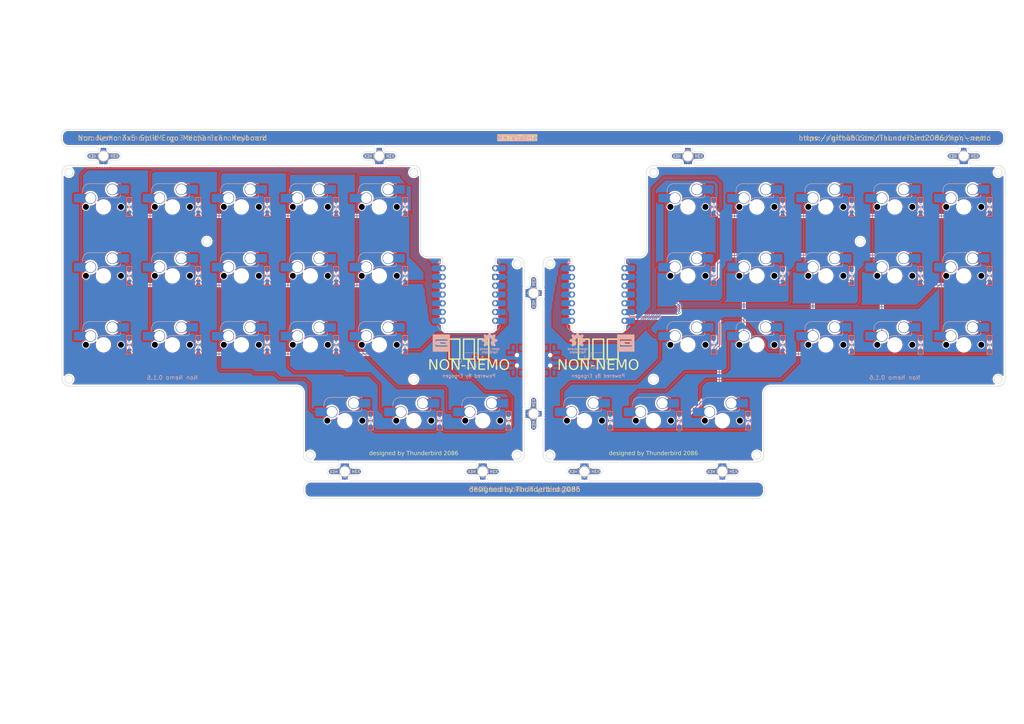
<source format=kicad_pcb>
(kicad_pcb (version 20240108) (generator "pcbnew") (generator_version "8.0")
  (title_block (title "non_nemo_mx") (date "2025-04-06") (rev "0.1.6") (company "Allen Choi"))
  (layers (0 "F.Cu" signal) (31 "B.Cu" signal) (34 "B.Paste" user) (35 "F.Paste" user) (36 "B.SilkS" user "B.Silkscreen") (37 "F.SilkS" user "F.Silkscreen") (38 "B.Mask" user) (39 "F.Mask" user) (44 "Edge.Cuts" user))
  (net 0 "")
  (net 1 "GND")
  (net 2 "col_pinky")
  (net 3 "BAT_r")
  (net 5 "Net-(J2-Pin_2)")
  (net 6 "col_ring")
  (net 8 "Net-(J1-Pin_2)")
  (net 9 "Net-(D5-A)")
  (net 10 "col_middle")
  (net 11 "Net-(D6-A)")
  (net 12 "Net-(D7-A)")
  (net 13 "Net-(D8-A)")
  (net 14 "col_index")
  (net 15 "Net-(D9-A)")
  (net 16 "Net-(D10-A)")
  (net 17 "Net-(D11-A)")
  (net 18 "col_inner")
  (net 19 "Net-(D12-A)")
  (net 20 "Net-(D13-A)")
  (net 21 "Net-(D14-A)")
  (net 22 "Net-(D15-A)")
  (net 23 "Net-(D16-A)")
  (net 24 "Net-(D17-A)")
  (net 25 "Net-(D18-A)")
  (net 26 "Net-(D19-A)")
  (net 27 "row_bottom_r")
  (net 28 "Net-(D20-A)")
  (net 29 "row_home_r")
  (net 30 "row_top_r")
  (net 31 "Net-(D21-A)")
  (net 32 "Net-(D22-A)")
  (net 33 "Net-(D23-A)")
  (net 34 "Net-(D24-A)")
  (net 35 "Net-(D25-A)")
  (net 36 "Net-(D26-A)")
  (net 37 "Net-(D27-A)")
  (net 38 "Net-(D28-A)")
  (net 39 "Net-(D29-A)")
  (net 40 "Net-(D30-A)")
  (net 41 "Net-(D31-A)")
  (net 42 "Net-(D32-A)")
  (net 43 "row_bottom")
  (net 44 "row_home")
  (net 45 "row_top")
  (net 46 "row_thumb")
  (net 47 "Net-(D33-A)")
  (net 48 "Net-(D34-A)")
  (net 49 "row_thumb_r")
  (net 50 "Net-(D35-A)")
  (net 51 "Net-(D36-A)")
  (net 52 "Net-(D4-A)")
  (net 53 "Net-(D3-A)")
  (net 54 "Net-(D2-A)")
  (net 55 "Net-(D1-A)")
  (net 56 "col_pinky_r")
  (net 57 "col_ring_r")
  (net 58 "col_middle_r")
  (net 59 "col_index_r")
  (net 60 "col_inner_r")
  (net 68 "BAT")
  (footprint "TB2086_KEYSWITCH:SW_MX_HS_1u" (layer "F.Cu") (at 30 60)
    (property "Reference" "S3" (hide yes))
    (property "Value" "SW_MX_HS")
  )
  (footprint "TB2086_SMD:TB2086_SMD_D3_SMD" (layer "F.Cu") (at 287 60 90)
    (property "Reference" "D21" (hide yes))
    (property "Value" "D")
  )
  (footprint "mousebites_5p5mm_easysnap" (layer "F.Cu") (at 199.5 42.5 90)
    (property "Reference" "X9" (hide yes))
    (property "Value" "5.5mm" (hide yes))
    (fp_line (start -4 -3.9) (end -4 -2.4) (stroke (width 0.1)) (layer "Edge.Cuts"))
    (fp_line (start -1.5 -2.03) (end -1.5 -3.9) (stroke (width 0.1)) (layer "Edge.Cuts"))
    (fp_line (start -4 2.4) (end -4 3.9) (stroke (width 0.1)) (layer "Edge.Cuts"))
    (fp_line (start -1.5 3.9) (end -1.5 2.03) (stroke (width 0.1)) (layer "Edge.Cuts"))
    (fp_arc (start -4 -3.9) (mid -2.75 -5.15) (end -1.5 -3.9) (stroke (width 0.1)) (layer "Edge.Cuts"))
    (fp_arc (start -4 -2.4) (mid -4.75 -1.65) (end -5.5 -2.4) (stroke (width 0.1)) (layer "Edge.Cuts"))
    (fp_arc (start 0 -2.03) (mid -0.75 -1.28) (end -1.5 -2.03) (stroke (width 0.1)) (layer "Edge.Cuts"))
    (fp_arc (start -1.5 2.03) (mid -0.75 1.28) (end 0 2.03) (stroke (width 0.1)) (layer "Edge.Cuts"))
    (fp_arc (start -5.5 2.4) (mid -4.75 1.65) (end -4 2.4) (stroke (width 0.1)) (layer "Edge.Cuts"))
    (fp_arc (start -1.5 3.9) (mid -2.75 5.15) (end -4 3.9) (stroke (width 0.1)) (layer "Edge.Cuts"))
  )
  (footprint "TB2086_KEYSWITCH:SW_MX_HS_1u" (layer "F.Cu") (at 70 100)
    (property "Reference" "S7" (hide yes))
    (property "Value" "SW_MX_HS")
  )
  (footprint "TB2086_KEYSWITCH:SW_MX_HS_1u" (layer "F.Cu") (at 279.5 100)
    (property "Reference" "S19" (hide yes))
    (property "Value" "SW_MX_HS")
  )
  (footprint "TB2086_KEYSWITCH:SW_MX_HS_1u" (layer "F.Cu") (at 90 100)
    (property "Reference" "S10" (hide yes))
    (property "Value" "SW_MX_HS")
  )
  (footprint "TB2086_KEYSWITCH:SW_MX_HS_1u" (layer "F.Cu") (at 70 80)
    (property "Reference" "S8" (hide yes))
    (property "Value" "SW_MX_HS")
  )
  (footprint "mousebites_5p5mm_easysnap" (layer "F.Cu") (at 140 139.5 -90)
    (property "Reference" "X3" (hide yes))
    (property "Value" "5.5mm" (hide yes))
    (fp_line (start -1.5 3.9) (end -1.5 2.03) (stroke (width 0.1)) (layer "Edge.Cuts"))
    (fp_line (start -4 2.4) (end -4 3.9) (stroke (width 0.1)) (layer "Edge.Cuts"))
    (fp_line (start -1.5 -2.03) (end -1.5 -3.9) (stroke (width 0.1)) (layer "Edge.Cuts"))
    (fp_line (start -4 -3.9) (end -4 -2.4) (stroke (width 0.1)) (layer "Edge.Cuts"))
    (fp_arc (start -1.5 3.9) (mid -2.75 5.15) (end -4 3.9) (stroke (width 0.1)) (layer "Edge.Cuts"))
    (fp_arc (start -5.5 2.4) (mid -4.75 1.65) (end -4 2.4) (stroke (width 0.1)) (layer "Edge.Cuts"))
    (fp_arc (start -1.5 2.03) (mid -0.75 1.28) (end 0 2.03) (stroke (width 0.1)) (layer "Edge.Cuts"))
    (fp_arc (start 0 -2.03) (mid -0.75 -1.28) (end -1.5 -2.03) (stroke (width 0.1)) (layer "Edge.Cuts"))
    (fp_arc (start -4 -2.4) (mid -4.75 -1.65) (end -5.5 -2.4) (stroke (width 0.1)) (layer "Edge.Cuts"))
    (fp_arc (start -4 -3.9) (mid -2.75 -5.15) (end -1.5 -3.9) (stroke (width 0.1)) (layer "Edge.Cuts"))
  )
  (footprint "TB2086_KEYSWITCH:SW_MX_HS_1u" (layer "F.Cu") (at 169.5 122)
    (property "Reference" "S36" (hide yes))
    (property "Value" "SW_MX_HS")
  )
  (footprint "TB2086_SMD:TB2086_SMD_D3_SMD" (layer "F.Cu") (at 37.5 60 90)
    (property "Reference" "D3" (hide yes))
    (property "Value" "D")
  )
  (footprint "TB2086_SMD:TB2086_SMD_D3_SMD" (layer "F.Cu") (at 77.5 100 90)
    (property "Reference" "D7" (hide yes))
    (property "Value" "D")
  )
  (footprint "TB2086_KEYSWITCH:SW_MX_HS_1u" (layer "F.Cu") (at 140 122)
    (property "Reference" "S18" (hide yes))
    (property "Value" "SW_MX_HS")
  )
  (footprint "TB2086_SMD:TB2086_SMD_D3_SMD" (layer "F.Cu") (at 267 60 90)
    (property "Reference" "D24" (hide yes))
    (property "Value" "D")
  )
  (footprint "TB2086_KEYSWITCH:SW_MX_HS_1u" (layer "F.Cu") (at 50 100)
    (property "Reference" "S4" (hide yes))
    (property "Value" "SW_MX_HS")
  )
  (footprint "TB2086_SMD:TB2086_SMD_D3_SMD" (layer "F.Cu") (at 77.5 60 90)
    (property "Reference" "D9" (hide yes))
    (property "Value" "D")
  )
  (footprint "TB2086_SMD:TB2086_SMD_D3_SMD" (layer "F.Cu") (at 107.5 122 90)
    (property "Reference" "D16" (hide yes))
    (property "Value" "D")
  )
  (footprint "TB2086_SMD:TB2086_SMD_D3_SMD" (layer "F.Cu") (at 97.5 60 90)
    (property "Reference" "D12" (hide yes))
    (property "Value" "D")
  )
  (footprint "mousebites_5p5mm_easysnap" (layer "F.Cu") (at 157.5 120)
    (property "Reference" "X1" (hide yes))
    (property "Value" "5.5mm" (hide yes))
    (fp_line (start -4 -3.9) (end -4 -2.4) (stroke (width 0.1)) (layer "Edge.Cuts"))
    (fp_line (start -4 2.4) (end -4 3.9) (stroke (width 0.1)) (layer "Edge.Cuts"))
    (fp_line (start -1.5 -2.03) (end -1.5 -3.9) (stroke (width 0.1)) (layer "Edge.Cuts"))
    (fp_line (start -1.5 3.9) (end -1.5 2.03) (stroke (width 0.1)) (layer "Edge.Cuts"))
    (fp_arc (start -5.5 2.4) (mid -4.75 1.65) (end -4 2.4) (stroke (width 0.1)) (layer "Edge.Cuts"))
    (fp_arc (start -4 -3.9) (mid -2.75 -5.15) (end -1.5 -3.9) (stroke (width 0.1)) (layer "Edge.Cuts"))
    (fp_arc (start -4 -2.4) (mid -4.75 -1.65) (end -5.5 -2.4) (stroke (width 0.1)) (layer "Edge.Cuts"))
    (fp_arc (start -1.5 2.03) (mid -0.75 1.28) (end 0 2.03) (stroke (width 0.1)) (layer "Edge.Cuts"))
    (fp_arc (start -1.5 3.9) (mid -2.75 5.15) (end -4 3.9) (stroke (width 0.1)) (layer "Edge.Cuts"))
    (fp_arc (start 0 -2.03) (mid -0.75 -1.28) (end -1.5 -2.03) (stroke (width 0.1)) (layer "Edge.Cuts"))
  )
  (footprint "TB2086_KEYSWITCH:SW_MX_HS_1u" (layer "F.Cu") (at 100 122)
    (property "Reference" "S16" (hide yes))
    (property "Value" "SW_MX_HS")
  )
  (footprint "TB2086_SMD:TB2086_SMD_D3_SMD" (layer "F.Cu") (at 227 100 90)
    (property "Reference" "D28" (hide yes))
    (property "Value" "D")
  )
  (footprint "TB2086_SMD:TB2086_SMD_D3_SMD" (layer "F.Cu") (at 177 122 90)
    (property "Reference" "D36" (hide yes))
    (property "Value" "D")
  )
  (footprint "mousebites_5p5mm_easysnap" (layer "F.Cu") (at 209.5 139.5 -90)
    (property "Reference" "X4" (hide yes))
    (property "Value" "5.5mm" (hide yes))
    (fp_line (start -1.5 3.9) (end -1.5 2.03) (stroke (width 0.1)) (layer "Edge.Cuts"))
    (fp_line (start -4 2.4) (end -4 3.9) (stroke (width 0.1)) (layer "Edge.Cuts"))
    (fp_line (start -1.5 -2.03) (end -1.5 -3.9) (stroke (width 0.1)) (layer "Edge.Cuts"))
    (fp_line (start -4 -3.9) (end -4 -2.4) (stroke (width 0.1)) (layer "Edge.Cuts"))
    (fp_arc (start -1.5 3.9) (mid -2.75 5.15) (end -4 3.9) (stroke (width 0.1)) (layer "Edge.Cuts"))
    (fp_arc (start -5.5 2.4) (mid -4.75 1.65) (end -4 2.4) (stroke (width 0.1)) (layer "Edge.Cuts"))
    (fp_arc (start -1.5 2.03) (mid -0.75 1.28) (end 0 2.03) (stroke (width 0.1)) (layer "Edge.Cuts"))
    (fp_arc (start 0 -2.03) (mid -0.75 -1.28) (end -1.5 -2.03) (stroke (width 0.1)) (layer "Edge.Cuts"))
    (fp_arc (start -4 -2.4) (mid -4.75 -1.65) (end -5.5 -2.4) (stroke (width 0.1)) (layer "Edge.Cuts"))
    (fp_arc (start -4 -3.9) (mid -2.75 -5.15) (end -1.5 -3.9) (stroke (width 0.1)) (layer "Edge.Cuts"))
  )
  (footprint "TB2086_SMD:TB2086_SMD_D3_SMD" (layer "F.Cu") (at 207 80 90)
    (property "Reference" "D32" (hide yes))
    (property "Value" "D")
  )
  (footprint "TB2086_SMD:SW_SPDT_PCM12" (layer "F.Cu") (at 149.6 104.5 90)
    (property "Reference" "SW_SPDT1" (hide yes))
    (property "Value" "SW_SPDT1" (hide yes))
  )
  (footprint "TB2086_SMD:TB2086_SMD_D3_SMD" (layer "F.Cu") (at 117.5 80 90)
    (property "Reference" "D14" (hide yes))
    (property "Value" "D")
  )
  (footprint "mousebites_5p5mm_easysnap" (layer "F.Cu") (at 30 42.5 90)
    (property "Reference" "X6" (hide yes))
    (property "Value" "5.5mm" (hide yes))
    (fp_line (start -4 -3.9) (end -4 -2.4) (stroke (width 0.1)) (layer "Edge.Cuts"))
    (fp_line (start -1.5 -2.03) (end -1.5 -3.9) (stroke (width 0.1)) (layer "Edge.Cuts"))
    (fp_line (start -4 2.4) (end -4 3.9) (stroke (width 0.1)) (layer "Edge.Cuts"))
    (fp_line (start -1.5 3.9) (end -1.5 2.03) (stroke (width 0.1)) (layer "Edge.Cuts"))
    (fp_arc (start -4 -3.9) (mid -2.75 -5.15) (end -1.5 -3.9) (stroke (width 0.1)) (layer "Edge.Cuts"))
    (fp_arc (start -4 -2.4) (mid -4.75 -1.65) (end -5.5 -2.4) (stroke (width 0.1)) (layer "Edge.Cuts"))
    (fp_arc (start 0 -2.03) (mid -0.75 -1.28) (end -1.5 -2.03) (stroke (width 0.1)) (layer "Edge.Cuts"))
    (fp_arc (start -1.5 2.03) (mid -0.75 1.28) (end 0 2.03) (stroke (width 0.1)) (layer "Edge.Cuts"))
    (fp_arc (start -5.5 2.4) (mid -4.75 1.65) (end -4 2.4) (stroke (width 0.1)) (layer "Edge.Cuts"))
    (fp_arc (start -1.5 3.9) (mid -2.75 5.15) (end -4 3.9) (stroke (width 0.1)) (layer "Edge.Cuts"))
  )
  (footprint "TB2086_KEYSWITCH:SW_MX_HS_1u" (layer "F.Cu") (at 219.5 100)
    (property "Reference" "S28" (hide yes))
    (property "Value" "SW_MX_HS")
  )
  (footprint "TB2086_SMD:TB2086_SMD_D3_SMD" (layer "F.Cu") (at 147.5 122 90)
    (property "Reference" "D18" (hide yes))
    (property "Value" "D")
  )
  (footprint "TB2086_SMD:TB2086_SMD_D3_SMD" (layer "F.Cu") (at 77.5 80 90)
    (property "Reference" "D8" (hide yes))
    (property "Value" "D")
  )
  (footprint "TB2086_SMD:TB2086_SMD_D3_SMD" (layer "F.Cu") (at 97.5 80 90)
    (property "Reference" "D11" (hide yes))
    (property "Value" "D")
  )
  (footprint "TB2086_KEYSWITCH:SW_MX_HS_1u" (layer "F.Cu") (at 199.5 100)
    (property "Reference" "S31" (hide yes))
    (property "Value" "SW_MX_HS")
  )
  (footprint "TB2086_KEYSWITCH:SW_MX_HS_1u" (layer "F.Cu") (at 259.5 60)
    (property "Reference" "S24" (hide yes))
    (property "Value" "SW_MX_HS")
  )
  (footprint "TB2086_SMD:TB2086_SMD_D3_SMD" (layer "F.Cu") (at 227 80 90)
    (property "Reference" "D29" (hide yes))
    (property "Value" "D")
  )
  (footprint "TB2086_KEYSWITCH:SW_MX_HS_1u" (layer "F.Cu") (at 259.5 80)
    (property "Reference" "S23" (hide yes))
    (property "Value" "SW_MX_HS")
  )
  (footprint "TB2086_KEYSWITCH:SW_MX_HS_1u" (layer "F.Cu") (at 199.5 80)
    (property "Reference" "S32" (hide yes))
    (property "Value" "SW_MX_HS")
  )
  (footprint "TB2086_SMD:TB2086_SMD_D3_SMD" (layer "F.Cu") (at 57.5 60 90)
    (property "Reference" "D6" (hide yes))
    (property "Value" "D")
  )
  (footprint "TB2086_SMD:TB2086_SMD_D3_SMD" (layer "F.Cu") (at 57.5 80 90)
    (property "Reference" "D5" (hide yes))
    (property "Value" "D")
  )
  (footprint "mousebites_5p5mm_easysnap" (layer "F.Cu") (at 100 139.5 -90)
    (property "Reference" "X2" (hide yes))
    (property "Value" "5.5mm" (hide yes))
    (fp_line (start -1.5 3.9) (end -1.5 2.03) (stroke (width 0.1)) (layer "Edge.Cuts"))
    (fp_line (start -4 2.4) (end -4 3.9) (stroke (width 0.1)) (layer "Edge.Cuts"))
    (fp_line (start -1.5 -2.03) (end -1.5 -3.9) (stroke (width 0.1)) (layer "Edge.Cuts"))
    (fp_line (start -4 -3.9) (end -4 -2.4) (stroke (width 0.1)) (layer "Edge.Cuts"))
    (fp_arc (start -1.5 3.9) (mid -2.75 5.15) (end -4 3.9) (stroke (width 0.1)) (layer "Edge.Cuts"))
    (fp_arc (start -5.5 2.4) (mid -4.75 1.65) (end -4 2.4) (stroke (width 0.1)) (layer "Edge.Cuts"))
    (fp_arc (start -1.5 2.03) (mid -0.75 1.28) (end 0 2.03) (stroke (width 0.1)) (layer "Edge.Cuts"))
    (fp_arc (start 0 -2.03) (mid -0.75 -1.28) (end -1.5 -2.03) (stroke (width 0.1)) (layer "Edge.Cuts"))
    (fp_arc (start -4 -2.4) (mid -4.75 -1.65) (end -5.5 -2.4) (stroke (width 0.1)) (layer "Edge.Cuts"))
    (fp_arc (start -4 -3.9) (mid -2.75 -5.15) (end -1.5 -3.9) (stroke (width 0.1)) (layer "Edge.Cuts"))
  )
  (footprint "TB2086_SMD:TB2086_SMD_D3_SMD" (layer "F.Cu") (at 247 60 90)
    (property "Reference" "D27" (hide yes))
    (property "Value" "D")
  )
  (footprint "TB2086_MISC:Molex_Pico-EZmate_78171-0002_1x02-1MP_P1.20mm_HandSolder" (layer "F.Cu") (at 173.5 104.5 90)
    (property "Reference" "J2" (hide yes))
    (property "Value" "Conn_BAT")
  )
  (footprint "TB2086_SMD:TB2086_SMD_D3_SMD" (layer "F.Cu") (at 287 80 90)
    (property "Reference" "D20" (hide yes))
    (property "Value" "D")
  )
  (footprint "TB2086_KEYSWITCH:SW_MX_HS_1u" (layer "F.Cu") (at 189.5 122)
    (property "Reference" "S35" (hide yes))
    (property "Value" "SW_MX_HS")
  )
  (footprint "TB2086_KEYSWITCH:SW_MX_HS_1u" (layer "F.Cu") (at 239.5 100)
    (property "Reference" "S25" (hide yes))
    (property "Value" "SW_MX_HS")
  )
  (footprint "TB2086_MCU:Xiao_nRF52840_edgecut" (layer "F.Cu") (at 173.5 85.41)
    (property "Reference" "MCU2" (hide yes))
    (property "Value" "Xiao nRF52840")
    (fp_line (start -7.62 9.678) (end -7.619768 -10.410053) (stroke (width 0.15)) (layer "Edge.Cuts"))
    (fp_line (start 6.62 10.678) (end -6.62 10.678) (stroke (width 0.15)) (layer "Edge.Cuts"))
    (fp_line (start 7.62 9.678) (end 7.619768 -10.410053) (stroke (width 0.15)) (layer "Edge.Cuts"))
    (fp_arc (start -8.119768 -10.910053) (mid -7.766216 -10.763605) (end -7.619768 -10.410053) (stroke (width 0.15)) (layer "Edge.Cuts"))
    (fp_arc (start -6.62 10.678) (mid -7.327107 10.385107) (end -7.62 9.678) (stroke (width 0.15)) (layer "Edge.Cuts"))
    (fp_arc (start 7.619768 -10.410053) (mid 7.766218 -10.763602) (end 8.119768 -10.910053) (stroke (width 0.15)) (layer "Edge.Cuts"))
    (fp_arc (start 7.62 9.678) (mid 7.327107 10.385107) (end 6.62 10.678) (stroke (width 0.15)) (layer "Edge.Cuts"))
  )
  (footprint "TB2086_KEYSWITCH:SW_MX_HS_1u" (layer "F.Cu") (at 50 80)
    (property "Reference" "S5" (hide yes))
    (property "Value" "SW_MX_HS")
  )
  (footprint "TB2086_SMD:TB2086_SMD_D3_SMD" (layer "F.Cu") (at 117.5 100 90)
    (property "Reference" "D13" (hide yes))
    (property "Value" "D")
  )
  (footprint "TB2086_KEYSWITCH:SW_MX_HS_1u" (layer "F.Cu") (at 120 122)
    (property "Reference" "S17" (hide yes))
    (property "Value" "SW_MX_HS")
  )
  (footprint "TB2086_SMD:TB2086_SMD_D3_SMD" (layer "F.Cu") (at 267 100 90)
    (property "Reference" "D22" (hide yes))
    (property "Value" "D")
  )
  (footprint "TB2086_KEYSWITCH:SW_MX_HS_1u" (layer "F.Cu") (at 279.5 80)
    (property "Reference" "S20" (hide yes))
    (property "Value" "SW_MX_HS")
  )
  (footprint "mousebites_5p5mm_easysnap" (layer "F.Cu") (at 157.5 85)
    (property "Reference" "X10" (hide yes))
    (property "Value" "5.5mm" (hide yes))
    (fp_line (start -4 -3.9) (end -4 -2.4) (stroke (width 0.1)) (layer "Edge.Cuts"))
    (fp_line (start -4 2.4) (end -4 3.9) (stroke (width 0.1)) (layer "Edge.Cuts"))
    (fp_line (start -1.5 -2.03) (end -1.5 -3.9) (stroke (width 0.1)) (layer "Edge.Cuts"))
    (fp_line (start -1.5 3.9) (end -1.5 2.03) (stroke (width 0.1)) (layer "Edge.Cuts"))
    (fp_arc (start -5.5 2.4) (mid -4.75 1.65) (end -4 2.4) (stroke (width 0.1)) (layer "Edge.Cuts"))
    (fp_arc (start -4 -3.9) (mid -2.75 -5.15) (end -1.5 -3.9) (stroke (width 0.1)) (layer "Edge.Cuts"))
    (fp_arc (start -4 -2.4) (mid -4.75 -1.65) (end -5.5 -2.4) (stroke (width 0.1)) (layer "Edge.Cuts"))
    (fp_arc (start -1.5 2.03) (mid -0.75 1.28) (end 0 2.03) (stroke (width 0.1)) (layer "Edge.Cuts"))
    (fp_arc (start -1.5 3.9) (mid -2.75 5.15) (end -4 3.9) (stroke (width 0.1)) (layer "Edge.Cuts"))
    (fp_arc (start 0 -2.03) (mid -0.75 -1.28) (end -1.5 -2.03) (stroke (width 0.1)) (layer "Edge.Cuts"))
  )
  (footprint "TB2086_KEYSWITCH:SW_MX_HS_1u" (layer "F.Cu") (at 30 80)
    (property "Reference" "S2" (hide yes))
    (property "Value" "SW_MX_HS")
  )
  (footprint "TB2086_SMD:SW_SPDT_PCM12" (layer "F.Cu") (at 159.9 104.5 -90)
    (property "Reference" "SW_SPDT2" (hide yes))
    (property "Value" "SW_SPDT2" (hide yes))
  )
  (footprint "TB2086_KEYSWITCH:SW_MX_HS_1u" (layer "F.Cu") (at 279.5 60)
    (property "Reference" "S21" (hide yes))
    (property "Value" "SW_MX_HS")
  )
  (footprint "TB2086_SMD:TB2086_SMD_D3_SMD" (layer "F.Cu") (at 227 60 90)
    (property "Reference" "D30" (hide yes))
    (property "Value" "D")
  )
  (footprint "mousebites_5p5mm_easysnap" (layer "F.Cu") (at 279.5 42.5 90)
    (property "Reference" "X8" (hide yes))
    (property "Value" "5.5mm" (hide yes))
    (fp_line (start -4 -3.9) (end -4 -2.4) (stroke (width 0.1)) (layer "Edge.Cuts"))
    (fp_line (start -1.5 -2.03) (end -1.5 -3.9) (stroke (width 0.1)) (layer "Edge.Cuts"))
    (fp_line (start -4 2.4) (end -4 3.9) (stroke (width 0.1)) (layer "Edge.Cuts"))
    (fp_line (start -1.5 3.9) (end -1.5 2.03) (stroke (width 0.1)) (layer "Edge.Cuts"))
    (fp_arc (start -4 -3.9) (mid -2.75 -5.15) (end -1.5 -3.9) (stroke (width 0.1)) (layer "Edge.Cuts"))
    (fp_arc (start -4 -2.4) (mid -4.75 -1.65) (end -5.5 -2.4) (stroke (width 0.1)) (layer "Edge.Cuts"))
    (fp_arc (start 0 -2.03) (mid -0.75 -1.28) (end -1.5 -2.03) (stroke (width 0.1)) (layer "Edge.Cuts"))
    (fp_arc (start -1.5 2.03) (mid -0.75 1.28) (end 0 2.03) (stroke (width 0.1)) (layer "Edge.Cuts"))
    (fp_arc (start -5.5 2.4) (mid -4.75 1.65) (end -4 2.4) (stroke (width 0.1)) (layer "Edge.Cuts"))
    (fp_arc (start -1.5 3.9) (mid -2.75 5.15) (end -4 3.9) (stroke (width 0.1)) (layer "Edge.Cuts"))
  )
  (footprint "TB2086_KEYSWITCH:SW_MX_HS_1u" (layer "F.Cu") (at 239.5 80)
    (property "Reference" "S26" (hide yes))
    (property "Value" "SW_MX_HS")
  )
  (footprint "TB2086_MISC:Molex_Pico-EZmate_78171-0002_1x02-1MP_P1.20mm_HandSolder" (layer "F.Cu") (at 136 104.5 -90)
    (property "Reference" "J1" (hide yes))
    (property "Value" "Conn_BAT")
  )
  (footprint "TB2086_SMD:TB2086_SMD_D3_SMD" (layer "F.Cu") (at 97.5 100 90)
    (property "Reference" "D10" (hide yes))
    (property "Value" "D")
  )
  (footprint "TB2086_SMD:TB2086_SMD_D3_SMD" (layer "F.Cu") (at 207 100 90)
    (property "Reference" "D31" (hide yes))
    (property "Value" "D")
  )
  (footprint "TB2086_SMD:TB2086_SMD_D3_SMD" (layer "F.Cu") (at 197 122 90)
    (property "Reference" "D35" (hide yes))
    (property "Value" "D")
  )
  (footprint "undefined" (layer "F.Cu") (at 167.5 99.5)
    (property "Reference" "LOGO4" (hide yes))
    (property "Value" "")
  )
  (footprint "undefined" (layer "F.Cu") (at 142 99.5)
    (property "Reference" "LOGO2" (hide yes))
    (property "Value" "")
  )
  (footprint "TB2086_MCU:Xiao_nRF52840_edgecut" (layer "F.Cu") (at 136 85.41)
    (property "Reference" "MCU1" (hide yes))
    (property "Value" "Xiao nRF52840")
    (fp_line (start -7.62 9.678) (end -7.619768 -10.410053) (stroke (width 0.15)) (layer "Edge.Cuts"))
    (fp_line (start 6.62 10.678) (end -6.62 10.678) (stroke (width 0.15)) (layer "Edge.Cuts"))
    (fp_line (start 7.62 9.678) (end 7.619768 -10.410053) (stroke (width 0.15)) (layer "Edge.Cuts"))
    (fp_arc (start -8.119768 -10.910053) (mid -7.766216 -10.763605) (end -7.619768 -10.410053) (stroke (width 0.15)) (layer "Edge.Cuts"))
    (fp_arc (start -6.62 10.678) (mid -7.327107 10.385107) (end -7.62 9.678) (stroke (width 0.15)) (layer "Edge.Cuts"))
    (fp_arc (start 7.619768 -10.410053) (mid 7.766218 -10.763602) (end 8.119768 -10.910053) (stroke (width 0.15)) (layer "Edge.Cuts"))
    (fp_arc (start 7.62 9.678) (mid 7.327107 10.385107) (end 6.62 10.678) (stroke (width 0.15)) (layer "Edge.Cuts"))
  )
  (footprint "TB2086_SMD:TB2086_SMD_D3_SMD" (layer "F.Cu") (at 247 80 90)
    (property "Reference" "D26" (hide yes))
    (property "Value" "D")
  )
  (footprint "TB2086_KEYSWITCH:SW_MX_HS_1u" (layer "F.Cu") (at 209.5 122)
    (property "Reference" "S34" (hide yes))
    (property "Value" "SW_MX_HS")
  )
  (footprint "TB2086_SMD:TB2086_SMD_D3_SMD" (layer "F.Cu") (at 207 60 90)
    (property "Reference" "D33" (hide yes))
    (property "Value" "D")
  )
  (footprint "TB2086_KEYSWITCH:SW_MX_HS_1u" (layer "F.Cu") (at 50 60)
    (property "Reference" "S6" (hide yes))
    (property "Value" "SW_MX_HS")
  )
  (footprint "TB2086_KEYSWITCH:SW_MX_HS_1u" (layer "F.Cu") (at 90 60)
    (property "Reference" "S12" (hide yes))
    (property "Value" "SW_MX_HS")
  )
  (footprint "mousebites_5p5mm_easysnap" (layer "F.Cu") (at 110 42.5 90)
    (property "Reference" "X7" (hide yes))
    (property "Value" "5.5mm" (hide yes))
    (fp_line (start -4 -3.9) (end -4 -2.4) (stroke (width 0.1)) (layer "Edge.Cuts"))
    (fp_line (start -1.5 -2.03) (end -1.5 -3.9) (stroke (width 0.1)) (layer "Edge.Cuts"))
    (fp_line (start -4 2.4) (end -4 3.9) (stroke (width 0.1)) (layer "Edge.Cuts"))
    (fp_line (start -1.5 3.9) (end -1.5 2.03) (stroke (width 0.1)) (layer "Edge.Cuts"))
    (fp_arc (start -4 -3.9) (mid -2.75 -5.15) (end -1.5 -3.9) (stroke (width 0.1)) (layer "Edge.Cuts"))
    (fp_arc (start -4 -2.4) (mid -4.75 -1.65) (end -5.5 -2.4) (stroke (width 0.1)) (layer "Edge.Cuts"))
    (fp_arc (start 0 -2.03) (mid -0.75 -1.28) (end -1.5 -2.03) (stroke (width 0.1)) (layer "Edge.Cuts"))
    (fp_arc (start -1.5 2.03) (mid -0.75 1.28) (end 0 2.03) (stroke (width 0.1)) (layer "Edge.Cuts"))
    (fp_arc (start -5.5 2.4) (mid -4.75 1.65) (end -4 2.4) (stroke (width 0.1)) (layer "Edge.Cuts"))
    (fp_arc (start -1.5 3.9) (mid -2.75 5.15) (end -4 3.9) (stroke (width 0.1)) (layer "Edge.Cuts"))
  )
  (footprint "TB2086_KEYSWITCH:SW_MX_HS_1u" (layer "F.Cu") (at 110 80)
    (property "Reference" "S14" (hide yes))
    (property "Value" "SW_MX_HS")
  )
  (footprint "TB2086_SMD:TB2086_SMD_D3_SMD" (layer "F.Cu") (at 37.5 80 90)
    (property "Reference" "D2" (hide yes))
    (property "Value" "D")
  )
  (footprint "TB2086_SMD:TB2086_SMD_D3_SMD" (layer "F.Cu") (at 37.5 100 90)
    (property "Reference" "D1" (hide yes))
    (property "Value" "D")
  )
  (footprint "TB2086_KEYSWITCH:SW_MX_HS_1u" (layer "F.Cu") (at 90 80)
    (property "Reference" "S11" (hide yes))
    (property "Value" "SW_MX_HS")
  )
  (footprint "TB2086_KEYSWITCH:SW_MX_HS_1u" (layer "F.Cu") (at 110 100)
    (property "Reference" "S13" (hide yes))
    (property "Value" "SW_MX_HS")
  )
  (footprint "TB2086_SMD:TB2086_SMD_D3_SMD" (layer "F.Cu") (at 127.5 122 90)
    (property "Reference" "D17" (hide yes))
    (property "Value" "D")
  )
  (footprint "TB2086_KEYSWITCH:SW_MX_HS_1u" (layer "F.Cu") (at 219.5 80)
    (property "Reference" "S29" (hide yes))
    (property "Value" "SW_MX_HS")
  )
  (footprint "TB2086_KEYSWITCH:SW_MX_HS_1u" (layer "F.Cu") (at 199.5 60)
    (property "Reference" "S33" (hide yes))
    (property "Value" "SW_MX_HS")
  )
  (footprint "TB2086_SMD:TB2086_SMD_D3_SMD" (layer "F.Cu") (at 57.5 100 90)
    (property "Reference" "D4" (hide yes))
    (property "Value" "D")
  )
  (footprint "TB2086_KEYSWITCH:SW_MX_HS_1u" (layer "F.Cu") (at 70 60)
    (property "Reference" "S9" (hide yes))
    (property "Value" "SW_MX_HS")
  )
  (footprint "mousebites_5p5mm_easysnap" (layer "F.Cu") (at 169.5 139.5 -90)
    (property "Reference" "X5" (hide yes))
    (property "Value" "5.5mm" (hide yes))
    (fp_line (start -1.5 3.9) (end -1.5 2.03) (stroke (width 0.1)) (layer "Edge.Cuts"))
    (fp_line (start -4 2.4) (end -4 3.9) (stroke (width 0.1)) (layer "Edge.Cuts"))
    (fp_line (start -1.5 -2.03) (end -1.5 -3.9) (stroke (width 0.1)) (layer "Edge.Cuts"))
    (fp_line (start -4 -3.9) (end -4 -2.4) (stroke (width 0.1)) (layer "Edge.Cuts"))
    (fp_arc (start -1.5 3.9) (mid -2.75 5.15) (end -4 3.9) (stroke (width 0.1)) (layer "Edge.Cuts"))
    (fp_arc (start -5.5 2.4) (mid -4.75 1.65) (end -4 2.4) (stroke (width 0.1)) (layer "Edge.Cuts"))
    (fp_arc (start -1.5 2.03) (mid -0.75 1.28) (end 0 2.03) (stroke (width 0.1)) (layer "Edge.Cuts"))
    (fp_arc (start 0 -2.03) (mid -0.75 -1.28) (end -1.5 -2.03) (stroke (width 0.1)) (layer "Edge.Cuts"))
    (fp_arc (start -4 -2.4) (mid -4.75 -1.65) (end -5.5 -2.4) (stroke (width 0.1)) (layer "Edge.Cuts"))
    (fp_arc (start -4 -3.9) (mid -2.75 -5.15) (end -1.5 -3.9) (stroke (width 0.1)) (layer "Edge.Cuts"))
  )
  (footprint "TB2086_KEYSWITCH:SW_MX_HS_1u" (layer "F.Cu") (at 110 60)
    (property "Reference" "S15" (hide yes))
    (property "Value" "SW_MX_HS")
  )
  (footprint "TB2086_KEYSWITCH:SW_MX_HS_1u" (layer "F.Cu") (at 239.5 60)
    (property "Reference" "S27" (hide yes))
    (property "Value" "SW_MX_HS")
  )
  (footprint "TB2086_SMD:TB2086_SMD_D3_SMD" (layer "F.Cu") (at 287 100 90)
    (property "Reference" "D19" (hide yes))
    (property "Value" "D")
  )
  (footprint "TB2086_KEYSWITCH:SW_MX_HS_1u" (layer "F.Cu") (at 259.5 100)
    (property "Reference" "S22" (hide yes))
    (property "Value" "SW_MX_HS")
  )
  (footprint "TB2086_SMD:TB2086_SMD_D3_SMD" (layer "F.Cu") (at 217 122 90)
    (property "Reference" "D34" (hide yes))
    (property "Value" "D")
  )
  (footprint "TB2086_SMD:TB2086_SMD_D3_SMD" (layer "F.Cu") (at 117.5 60 90)
    (property "Reference" "D15" (hide yes))
    (property "Value" "D")
  )
  (footprint "TB2086_SMD:TB2086_SMD_D3_SMD" (layer "F.Cu") (at 247 100 90)
    (property "Reference" "D25" (hide yes))
    (property "Value" "D")
  )
  (footprint "TB2086_KEYSWITCH:SW_MX_HS_1u" (layer "F.Cu") (at 219.5 60)
    (property "Reference" "S30" (hide yes))
    (property "Value" "SW_MX_HS")
  )
  (footprint "TB2086_KEYSWITCH:SW_MX_HS_1u" (layer "F.Cu") (at 30 100)
    (property "Reference" "S1" (hide yes))
    (property "Value" "SW_MX_HS")
  )
  (footprint "TB2086_SMD:TB2086_SMD_D3_SMD" (layer "F.Cu") (at 267 80 90)
    (property "Reference" "D23" (hide yes))
    (property "Value" "D")
  )
  (footprint "ceoloide:utility_ergogen_logo" (layer "B.Cu") (at 128 99.5)
    (property "Reference" "LOGO1" (hide yes))
    (property "Value" "")
  )
  (footprint "ceoloide:utility_ergogen_logo" (layer "B.Cu") (at 181.5 99.5)
    (property "Reference" "LOGO3" (hide yes))
    (property "Value" "")
  )
  (gr_arc (start 187.5 72.5) (mid 186.914214 73.914214) (end 185.5 74.5) (stroke (width 0.15)) (layer "Edge.Cuts"))
  (gr_circle (center 219.5 132) (end 220.65 132) (stroke (width 0.15)) (fill none) (layer "Edge.Cuts"))
  (gr_arc (start 159.5 134) (mid 158.085786 133.414214) (end 157.5 132) (stroke (width 0.15)) (layer "Edge.Cuts"))
  (gr_line (start 150 74.5) (end 144.119768 74.499947) (stroke (width 0.15)) (layer "Edge.Cuts"))
  (gr_line (start 289.4 37.5) (end 19.8 37.5) (stroke (width 0.15)) (layer "Edge.Cuts"))
  (gr_arc (start 289.5 48) (mid 290.914214 48.585786) (end 291.5 50) (stroke (width 0.15)) (layer "Edge.Cuts"))
  (gr_line (start 157.5 82.97) (end 157.5 76.5) (stroke (width 0.15)) (layer "Edge.Cuts"))
  (gr_line (start 157.5 117.97) (end 157.5 87.03) (stroke (width 0.15)) (layer "Edge.Cuts"))
  (gr_circle (center 249.5 70) (end 250.65 70) (stroke (width 0.15)) (fill none) (layer "Edge.Cuts"))
  (gr_line (start 157.5 132) (end 157.5 122.03) (stroke (width 0.15)) (layer "Edge.Cuts"))
  (gr_line (start 185.5 74.5) (end 181.619768 74.499947) (stroke (width 0.15)) (layer "Edge.Cuts"))
  (gr_line (start 211.53 139.5) (end 219.733 139.5) (stroke (width 0.15)) (layer "Edge.Cuts"))
  (gr_circle (center 20 50) (end 21.15 50) (stroke (width 0.15)) (fill none) (layer "Edge.Cuts"))
  (gr_circle (center 289.5 50) (end 290.65 50) (stroke (width 0.15)) (fill none) (layer "Edge.Cuts"))
  (gr_line (start 120 48) (end 112.4 48) (stroke (width 0.15)) (layer "Edge.Cuts"))
  (gr_arc (start 187.5 50) (mid 188.085786 48.585786) (end 189.5 48) (stroke (width 0.15)) (layer "Edge.Cuts"))
  (gr_circle (center 20 110) (end 21.15 110) (stroke (width 0.15)) (fill none) (layer "Edge.Cuts"))
  (gr_line (start 90 134) (end 97.6 134) (stroke (width 0.15)) (layer "Edge.Cuts"))
  (gr_line (start 159.5 134) (end 167.1 134) (stroke (width 0.15)) (layer "Edge.Cuts"))
  (gr_line (start 289.4 42.5) (end 281.53 42.5) (stroke (width 0.15)) (layer "Edge.Cuts"))
  (gr_arc (start 19.8 42.5) (mid 18.385786 41.914214) (end 17.8 40.5) (stroke (width 0.15)) (layer "Edge.Cuts"))
  (gr_line (start 19.8 42.5) (end 27.97 42.5) (stroke (width 0.15)) (layer "Edge.Cuts"))
  (gr_circle (center 150 76.5) (end 151.15 76.5) (stroke (width 0.15)) (fill none) (layer "Edge.Cuts"))
  (gr_arc (start 289.4 37.5) (mid 290.814214 38.085786) (end 291.4 39.5) (stroke (width 0.15)) (layer "Edge.Cuts"))
  (gr_arc (start 221.733 142.5) (mid 221.147214 143.914214) (end 219.733 144.5) (stroke (width 0.15)) (layer "Edge.Cuts"))
  (gr_arc (start 221.5 132) (mid 220.914214 133.414214) (end 219.5 134) (stroke (width 0.15)) (layer "Edge.Cuts"))
  (gr_line (start 20 112) (end 86 112) (stroke (width 0.15)) (layer "Edge.Cuts"))
  (gr_line (start 211.9 134) (end 219.5 134) (stroke (width 0.15)) (layer "Edge.Cuts"))
  (gr_line (start 187.5 72.5) (end 187.5 50) (stroke (width 0.15)) (layer "Edge.Cuts"))
  (gr_line (start 32.03 42.5) (end 107.97 42.5) (stroke (width 0.15)) (layer "Edge.Cuts"))
  (gr_arc (start 157.5 76.5) (mid 158.085786 75.085786) (end 159.5 74.5) (stroke (width 0.15)) (layer "Edge.Cuts"))
  (gr_line (start 152 132) (end 152 122.4) (stroke (width 0.15)) (layer "Edge.Cuts"))
  (gr_arc (start 90.133 144.5) (mid 88.718786 143.914214) (end 88.133 142.5) (stroke (width 0.15)) (layer "Edge.Cuts"))
  (gr_line (start 20 48) (end 27.6 48) (stroke (width 0.15)) (layer "Edge.Cuts"))
  (gr_line (start 97.97 139.5) (end 90.133 139.5) (stroke (width 0.15)) (layer "Edge.Cuts"))
  (gr_line (start 142.03 139.5) (end 167.47 139.5) (stroke (width 0.15)) (layer "Edge.Cuts"))
  (gr_line (start 88 114) (end 88 132) (stroke (width 0.15)) (layer "Edge.Cuts"))
  (gr_line (start 281.9 48) (end 289.5 48) (stroke (width 0.15)) (layer "Edge.Cuts"))
  (gr_arc (start 291.4 40.5) (mid 290.814214 41.914214) (end 289.4 42.5) (stroke (width 0.15)) (layer "Edge.Cuts"))
  (gr_line (start 197.47 42.5) (end 112.03 42.5) (stroke (width 0.15)) (layer "Edge.Cuts"))
  (gr_line (start 137.6 134) (end 102.4 134) (stroke (width 0.15)) (layer "Edge.Cuts"))
  (gr_line (start 197.1 48) (end 189.5 48) (stroke (width 0.15)) (layer "Edge.Cuts"))
  (gr_line (start 102.03 139.5) (end 137.97 139.5) (stroke (width 0.15)) (layer "Edge.Cuts"))
  (gr_line (start 152 117.6) (end 152 87.4) (stroke (width 0.15)) (layer "Edge.Cuts"))
  (gr_circle (center 289.5 110) (end 290.65 110) (stroke (width 0.15)) (fill none) (layer "Edge.Cuts"))
  (gr_arc (start 20 112) (mid 18.585786 111.414214) (end 18 110) (stroke (width 0.15)) (layer "Edge.Cuts"))
  (gr_line (start 88.133 141.5) (end 88.133 142.5) (stroke (width 0.15)) (layer "Edge.Cuts"))
  (gr_line (start 223.5 112) (end 289.5 112) (stroke (width 0.15)) (layer "Edge.Cuts"))
  (gr_line (start 127.880232 74.499947) (end 124 74.5) (stroke (width 0.15)) (layer "Edge.Cuts"))
  (gr_arc (start 150 74.5) (mid 151.414214 75.085786) (end 152 76.5) (stroke (width 0.15)) (layer "Edge.Cuts"))
  (gr_line (start 291.4 40.5) (end 291.4 39.5) (stroke (width 0.15)) (layer "Edge.Cuts"))
  (gr_line (start 171.53 139.5) (end 207.47 139.5) (stroke (width 0.15)) (layer "Edge.Cuts"))
  (gr_arc (start 86 112) (mid 87.414214 112.585786) (end 88 114) (stroke (width 0.15)) (layer "Edge.Cuts"))
  (gr_line (start 221.5 132) (end 221.5 114) (stroke (width 0.15)) (layer "Edge.Cuts"))
  (gr_arc (start 219.733 139.5) (mid 221.147214 140.085786) (end 221.733 141.5) (stroke (width 0.15)) (layer "Edge.Cuts"))
  (gr_circle (center 120 50) (end 121.15 50) (stroke (width 0.15)) (fill none) (layer "Edge.Cuts"))
  (gr_arc (start 152 132) (mid 151.414214 133.414214) (end 150 134) (stroke (width 0.15)) (layer "Edge.Cuts"))
  (gr_line (start 277.1 48) (end 201.9 48) (stroke (width 0.15)) (layer "Edge.Cuts"))
  (gr_circle (center 60 70) (end 61.15 70) (stroke (width 0.15)) (fill none) (layer "Edge.Cuts"))
  (gr_arc (start 90 134) (mid 88.585786 133.414214) (end 88 132) (stroke (width 0.15)) (layer "Edge.Cuts"))
  (gr_line (start 17.8 39.5) (end 17.8 40.5) (stroke (width 0.15)) (layer "Edge.Cuts"))
  (gr_line (start 18 110) (end 18 50) (stroke (width 0.15)) (layer "Edge.Cuts"))
  (gr_line (start 122 72.5) (end 122 50) (stroke (width 0.15)) (layer "Edge.Cuts"))
  (gr_circle (center 90 132) (end 91.15 132) (stroke (width 0.15)) (fill none) (layer "Edge.Cuts"))
  (gr_line (start 152 82.6) (end 152 76.5) (stroke (width 0.15)) (layer "Edge.Cuts"))
  (gr_line (start 291.5 110) (end 291.5 50) (stroke (width 0.15)) (layer "Edge.Cuts"))
  (gr_line (start 207.1 134) (end 171.9 134) (stroke (width 0.15)) (layer "Edge.Cuts"))
  (gr_arc (start 124 74.5) (mid 122.585786 73.914214) (end 122 72.5) (stroke (width 0.15)) (layer "Edge.Cuts"))
  (gr_circle (center 189.5 50) (end 190.65 50) (stroke (width 0.15)) (fill none) (layer "Edge.Cuts"))
  (gr_arc (start 18 50) (mid 18.585786 48.585786) (end 20 48) (stroke (width 0.15)) (layer "Edge.Cuts"))
  (gr_circle (center 159.5 132) (end 160.65 132) (stroke (width 0.15)) (fill none) (layer "Edge.Cuts"))
  (gr_arc (start 17.8 39.5) (mid 18.385786 38.085786) (end 19.8 37.5) (stroke (width 0.15)) (layer "Edge.Cuts"))
  (gr_circle (center 120 110) (end 121.15 110) (stroke (width 0.15)) (fill none) (layer "Edge.Cuts"))
  (gr_arc (start 88.133 141.5) (mid 88.718786 140.085786) (end 90.133 139.5) (stroke (width 0.15)) (layer "Edge.Cuts"))
  (gr_arc (start 120 48) (mid 121.414214 48.585786) (end 122 50) (stroke (width 0.15)) (layer "Edge.Cuts"))
  (gr_line (start 201.53 42.5) (end 277.47 42.5) (stroke (width 0.15)) (layer "Edge.Cuts"))
  (gr_arc (start 291.5 110) (mid 290.914214 111.414214) (end 289.5 112) (stroke (width 0.15)) (layer "Edge.Cuts"))
  (gr_arc (start 221.5 114) (mid 222.085786 112.585786) (end 223.5 112) (stroke (width 0.15)) (layer "Edge.Cuts"))
  (gr_circle (center 159.5 76.5) (end 160.65 76.5) (stroke (width 0.15)) (fill none) (layer "Edge.Cuts"))
  (gr_circle (center 150 132) (end 151.15 132) (stroke (width 0.15)) (fill none) (layer "Edge.Cuts"))
  (gr_line (start 142.4 134) (end 150 134) (stroke (width 0.15)) (layer "Edge.Cuts"))
  (gr_circle (center 189.5 110) (end 190.65 110) (stroke (width 0.15)) (fill none) (layer "Edge.Cuts"))
  (gr_line (start 90.133 144.5) (end 219.733 144.5) (stroke (width 0.15)) (layer "Edge.Cuts"))
  (gr_line (start 221.733 142.5) (end 221.733 141.5) (stroke (width 0.15)) (layer "Edge.Cuts"))
  (gr_line (start 107.6 48) (end 32.4 48) (stroke (width 0.15)) (layer "Edge.Cuts"))
  (gr_line (start 165.380232 74.499947) (end 159.5 74.5) (stroke (width 0.15)) (layer "Edge.Cuts"))
  (gr_text "Powered By Ergogen" (at 173.5 109 0) (layer "B.SilkS") (effects (font (size 1 1)) (justify mirror)))
  (gr_text "- +" (at 169.5 104.5 90) (layer "B.SilkS") (effects (font (size 1 1)) (justify mirror)))
  (gr_text "designed by Thunderbird 2086" (at 152.15 142 0) (layer "B.SilkS") (effects (font (size 1.5 1.5)) (justify mirror)))
  (gr_text "- +" (at 140 104.5 -90) (layer "B.SilkS") (effects (font (size 1 1)) (justify mirror)))
  (gr_text "Non Nemo 3x5 Split Ergo Mechanican Keyboard" (at 50 40 0) (layer "B.SilkS") (effects (font (size 1.5 1.5)) (justify mirror)))
  (gr_text "Powered By Ergogen" (at 136 109 0) (layer "B.SilkS") (effects (font (size 1 1)) (justify mirror)))
  (gr_text "Non Nemo 0.1.6" (at 50 109.5 0) (layer "B.SilkS") (effects (font (size 1.2 1.2)) (justify mirror)))
  (gr_text "MX Profile" (at 150 40 0) (layer "B.SilkS" knockout) (effects (font (size 1.5 1.5)) (justify mirror)))
  (gr_text "Non Nemo 0.1.6" (at 259.5 109.5 0) (layer "B.SilkS") (effects (font (size 1.2 1.2)) (justify mirror)))
  (gr_text "https://github.com/Thunderbird2086/non-nemo" (at 259.5 40 0) (layer "B.SilkS") (effects (font (size 1.5 1.5)) (justify mirror)))
  (gr_text "MX Profile" (at 150 40 0) (layer "F.SilkS" knockout) (effects (font (size 1.5 1.5))))
  (gr_text "designed by Thunderbird 2086" (at 189.5 131.5 0) (layer "F.SilkS") (effects (font (size 1.2 1.2))))
  (gr_text "난네모" (at 136 101 0) (layer "F.SilkS") (effects (font (size 5 5))))
  (gr_text "designed by Thunderbird 2086" (at 152.15 142 0) (layer "F.SilkS") (effects (font (size 1.5 1.5))))
  (gr_text "https://github.com/Thunderbird2086/non-nemo" (at 259.5 40 0) (layer "F.SilkS") (effects (font (size 1.5 1.5))))
  (gr_text "NON-NEMO" (at 173.5 106 0) (layer "F.SilkS") (effects (font (size 3 3))))
  (gr_text "NON-NEMO" (at 136 106 0) (layer "F.SilkS") (effects (font (size 3 3))))
  (gr_text "designed by Thunderbird 2086" (at 120 131.5 0) (layer "F.SilkS") (effects (font (size 1.2 1.2))))
  (gr_text "난네모" (at 173.5 101 0) (layer "F.SilkS") (effects (font (size 5 5))))
  (gr_text "Non Nemo 3x5 Split Ergo Mechanican Keyboard" (at 50 40 0) (layer "F.SilkS") (effects (font (size 1.5 1.5))))
  (segment (start 25.25 48.85) (end 23.515176 50.584824) (width 0.2) (layer "B.Cu") (net 2))
  (segment (start 127.08 77.79) (end 125.34 77.79) (width 0.2) (layer "B.Cu") (net 2))
  (segment (start 116.997058 48.85) (end 25.25 48.85) (width 0.2) (layer "B.Cu") (net 2))
  (segment (start 23.515176 77.47022) (end 23.515176 97.47022) (width 0.2) (layer "B.Cu") (net 2))
  (segment (start 124.55 76.402942) (end 123.247054 75.099996) (width 0.2) (layer "B.Cu") (net 2))
  (segment (start 118.247453 50.100395) (end 116.997058 48.85) (width 0.2) (layer "B.Cu") (net 2))
  (segment (start 23.515176 57.47022) (end 23.515176 77.47022) (width 0.2) (layer "B.Cu") (net 2))
  (segment (start 118.25 50.35) (end 118.247453 50.347453) (width 0.2) (layer "B.Cu") (net 2))
  (segment (start 125.34 77.79) (end 124.55 77) (width 0.2) (layer "B.Cu") (net 2))
  (segment (start 119.260056 51.760056) (end 118.25 50.75) (width 0.2) (layer "B.Cu") (net 2))
  (segment (start 124.55 77) (end 124.55 76.402942) (width 0.2) (layer "B.Cu") (net 2))
  (segment (start 122.899996 75.099996) (end 121.4 73.6) (width 0.2) (layer "B.Cu") (net 2))
  (segment (start 118.25 50.75) (end 118.25 50.35) (width 0.2) (layer "B.Cu") (net 2))
  (segment (start 118.247453 50.347453) (end 118.247453 50.100395) (width 0.2) (layer "B.Cu") (net 2))
  (segment (start 120.1728 51.760056) (end 119.260056 51.760056) (width 0.2) (layer "B.Cu") (net 2))
  (segment (start 121.4 73.6) (end 121.4 52.987256) (width 0.2) (layer "B.Cu") (net 2))
  (segment (start 23.515176 50.584824) (end 23.515176 57.47022) (width 0.2) (layer "B.Cu") (net 2))
  (segment (start 121.4 52.987256) (end 120.1728 51.760056) (width 0.2) (layer "B.Cu") (net 2))
  (segment (start 123.247054 75.099996) (end 122.899996 75.099996) (width 0.2) (layer "B.Cu") (net 2))
  (segment (start 164.7 105.3) (end 171.5 105.3) (width 0.2) (layer "B.Cu") (net 5))
  (segment (start 163.15 103.75) (end 164.7 105.3) (width 0.2) (layer "B.Cu") (net 5))
  (segment (start 161.33 103.75) (end 163.15 103.75) (width 0.2) (layer "B.Cu") (net 5))
  (segment (start 121 73.765686) (end 121 53.152942) (width 0.2) (layer "B.Cu") (net 6))
  (segment (start 121 53.152942) (end 120.029901 52.182843) (width 0.2) (layer "B.Cu") (net 6))
  (segment (start 124.15 76.568628) (end 123.081368 75.499996) (width 0.2) (layer "B.Cu") (net 6))
  (segment (start 122.73431 75.499996) (end 121 73.765686) (width 0.2) (layer "B.Cu") (net 6))
  (segment (start 125 79.999999) (end 125 78.015686) (width 0.2) (layer "B.Cu") (net 6))
  (segment (start 43.515176 50.134824) (end 43.515176 57.47022) (width 0.2) (layer "B.Cu") (net 6))
  (segment (start 116.831372 49.25) (end 44.4 49.25) (width 0.2) (layer "B.Cu") (net 6))
  (segment (start 127.08 80.33) (end 125.330001 80.33) (width 0.2) (layer "B.Cu") (net 6))
  (segment (start 124.15 77.165686) (end 124.15 76.568628) (width 0.2) (layer "B.Cu") (net 6))
  (segment (start 117.847453 50.913139) (end 117.847453 50.266081) (width 0.2) (layer "B.Cu") (net 6))
  (segment (start 43.515176 57.47022) (end 43.515176 77.47022) (width 0.2) (layer "B.Cu") (net 6))
  (segment (start 119.117157 52.182843) (end 117.847453 50.913139) (width 0.2) (layer "B.Cu") (net 6))
  (segment (start 43.515176 77.47022) (end 43.515176 97.47022) (width 0.2) (layer "B.Cu") (net 6))
  (segment (start 117.847453 50.266081) (end 116.831372 49.25) (width 0.2) (layer "B.Cu") (net 6))
  (segment (start 44.4 49.25) (end 43.515176 50.134824) (width 0.2) (layer "B.Cu") (net 6))
  (segment (start 123.081368 75.499996) (end 122.73431 75.499996) (width 0.2) (layer "B.Cu") (net 6))
  (segment (start 125 78.015686) (end 124.15 77.165686) (width 0.2) (layer "B.Cu") (net 6))
  (segment (start 120.029901 52.182843) (end 119.117157 52.182843) (width 0.2) (layer "B.Cu") (net 6))
  (segment (start 125.330001 80.33) (end 125 79.999999) (width 0.2) (layer "B.Cu") (net 6))
  (segment (start 138 103.7) (end 141.6 103.7) (width 0.2) (layer "B.Cu") (net 8))
  (segment (start 141.6 103.7) (end 143.15 105.25) (width 0.2) (layer "B.Cu") (net 8))
  (segment (start 143.15 105.25) (end 148.17 105.25) (width 0.2) (layer "B.Cu") (net 8))
  (segment (start 57.5 77.115044) (end 57.5 78.225) (width 0.2) (layer "B.Cu") (net 9))
  (segment (start 55.315176 74.93022) (end 57.5 77.115044) (width 0.2) (layer "B.Cu") (net 9))
  (segment (start 120.55 73.881371) (end 120.55 53.268628) (width 0.2) (layer "B.Cu") (net 10))
  (segment (start 117.35 50.981372) (end 117.35 50.334314) (width 0.2) (layer "B.Cu") (net 10))
  (segment (start 122.568629 75.9) (end 120.55 73.881371) (width 0.2) (layer "B.Cu") (net 10))
  (segment (start 123.75 76.734314) (end 122.915686 75.9) (width 0.2) (layer "B.Cu") (net 10))
  (segment (start 124.95 80.515685) (end 124.6 80.165685) (width 0.2) (layer "B.Cu") (net 10))
  (segment (start 89.8 111.3) (end 89.8 118.5) (width 0.2) (layer "B.Cu") (net 10))
  (segment (start 116.665686 49.65) (end 64.25 49.65) (width 0.2) (layer "B.Cu") (net 10))
  (segment (start 64.1 107.55) (end 72.9 107.55) (width 0.2) (layer "B.Cu") (net 10))
  (segment (start 124.95 82.489999) (end 124.95 80.515685) (width 0.2) (layer "B.Cu") (net 10))
  (segment (start 79.5 108.3) (end 81.1 109.9) (width 0.2) (layer "B.Cu") (net 10))
  (segment (start 120.55 53.268628) (end 119.864215 52.582843) (width 0.2) (layer "B.Cu") (net 10))
  (segment (start 123.75 77.331372) (end 123.75 76.734314) (width 0.2) (layer "B.Cu") (net 10))
  (segment (start 64.25 49.65) (end 63.515176 50.384824) (width 0.2) (layer "B.Cu") (net 10))
  (segment (start 88.4 109.9) (end 89.8 111.3) (width 0.2) (layer "B.Cu") (net 10))
  (segment (start 63.515176 57.47022) (end 63.515176 77.47022) (width 0.2) (layer "B.Cu") (net 10))
  (segment (start 89.8 118.5) (end 90.77022 119.47022) (width 0.2) (layer "B.Cu") (net 10))
  (segment (start 119.864215 52.582843) (end 118.951471 52.582843) (width 0.2) (layer "B.Cu") (net 10))
  (segment (start 125.330001 82.87) (end 124.95 82.489999) (width 0.2) (layer "B.Cu") (net 10))
  (segment (start 63.515176 97.47022) (end 63.515176 106.965176) (width 0.2) (layer "B.Cu") (net 10))
  (segment (start 124.6 78.181372) (end 123.75 77.331372) (width 0.2) (layer "B.Cu") (net 10))
  (segment (start 117.35 50.334314) (end 116.665686 49.65) (width 0.2) (layer "B.Cu") (net 10))
  (segment (start 63.515176 106.965176) (end 64.1 107.55) (width 0.2) (layer "B.Cu") (net 10))
  (segment (start 81.1 109.9) (end 88.4 109.9) (width 0.2) (layer "B.Cu") (net 10))
  (segment (start 124.6 80.165685) (end 124.6 78.181372) (width 0.2) (layer "B.Cu") (net 10))
  (segment (start 127.08 82.87) (end 125.330001 82.87) (width 0.2) (layer "B.Cu") (net 10))
  (segment (start 63.515176 77.47022) (end 63.515176 97.47022) (width 0.2) (layer "B.Cu") (net 10))
  (segment (start 118.951471 52.582843) (end 117.35 50.981372) (width 0.2) (layer "B.Cu") (net 10))
  (segment (start 122.915686 75.9) (end 122.568629 75.9) (width 0.2) (layer "B.Cu") (net 10))
  (segment (start 73.65 108.3) (end 79.5 108.3) (width 0.2) (layer "B.Cu") (net 10))
  (segment (start 63.515176 50.384824) (end 63.515176 57.47022) (width 0.2) (layer "B.Cu") (net 10))
  (segment (start 90.77022 119.47022) (end 93.515176 119.47022) (width 0.2) (layer "B.Cu") (net 10))
  (segment (start 72.9 107.55) (end 73.65 108.3) (width 0.2) (layer "B.Cu") (net 10))
  (segment (start 57.5 57.115044) (end 57.5 58.225) (width 0.2) (layer "B.Cu") (net 11))
  (segment (start 55.315176 54.93022) (end 57.5 57.115044) (width 0.2) (layer "B.Cu") (net 11))
  (segment (start 77.5 97.115044) (end 77.5 98.225) (width 0.2) (layer "B.Cu") (net 12))
  (segment (start 75.315176 94.93022) (end 77.5 97.115044) (width 0.2) (layer "B.Cu") (net 12))
  (segment (start 77.5 77.115044) (end 77.5 78.8) (width 0.2) (layer "B.Cu") (net 13))
  (segment (start 75.315176 74.93022) (end 77.5 77.115044) (width 0.2) (layer "B.Cu") (net 13))
  (segment (start 84.15 50.05) (end 83.515176 50.684824) (width 0.2) (layer "B.Cu") (net 14))
  (segment (start 116.95 51.147058) (end 116.95 50.5) (width 0.2) (layer "B.Cu") (net 14))
  (segment (start 124.55 80.681371) (end 124.2 80.331371) (width 0.2) (layer "B.Cu") (net 14))
  (segment (start 122.75 76.3) (end 122.402943 76.3) (width 0.2) (layer "B.Cu") (net 14))
  (segment (start 107.25 108.6) (end 110.1 111.45) (width 0.2) (layer "B.Cu") (net 14))
  (segment (start 124.55 82.655685) (end 124.55 80.681371) (width 0.2) (layer "B.Cu") (net 14))
  (segment (start 125 83.105685) (end 124.55 82.655685) (width 0.2) (layer "B.Cu") (net 14))
  (segment (start 110.1 111.45) (end 110.1 118.7) (width 0.2) (layer "B.Cu") (net 14))
  (segment (start 123.35 76.9) (end 122.75 76.3) (width 0.2) (layer "B.Cu") (net 14))
  (segment (start 123.35 77.497058) (end 123.35 76.9) (width 0.2) (layer "B.Cu") (net 14))
  (segment (start 83.515176 97.47022) (end 83.515176 106.315176) (width 0.2) (layer "B.Cu") (net 14))
  (segment (start 124.2 78.347058) (end 123.35 77.497058) (width 0.2) (layer "B.Cu") (net 14))
  (segment (start 83.515176 57.47022) (end 83.515176 77.47022) (width 0.2) (layer "B.Cu") (net 14))
  (segment (start 116.5 50.05) (end 84.15 50.05) (width 0.2) (layer "B.Cu") (net 14))
  (segment (start 83.515176 106.315176) (end 85.15 107.95) (width 0.2) (layer "B.Cu") (net 14))
  (segment (start 99.6 107.95) (end 100.25 108.6) (width 0.2) (layer "B.Cu") (net 14))
  (segment (start 105.6 108.6) (end 107.25 108.6) (width 0.2) (layer "B.Cu") (net 14))
  (segment (start 118.785785 52.982843) (end 116.95 51.147058) (width 0.2) (layer "B.Cu") (net 14))
  (segment (start 120.15 53.434314) (end 119.698529 52.982843) (width 0.2) (layer "B.Cu") (net 14))
  (segment (start 120.15 74.047057) (end 120.15 53.434314) (width 0.2) (layer "B.Cu") (net 14))
  (segment (start 119.698529 52.982843) (end 118.785785 52.982843) (width 0.2) (layer "B.Cu") (net 14))
  (segment (start 85.15 107.95) (end 99.6 107.95) (width 0.2) (layer "B.Cu") (net 14))
  (segment (start 100.25 108.6) (end 105.6 108.6) (width 0.2) (layer "B.Cu") (net 14))
  (segment (start 122.168629 76.065685) (end 120.15 74.047057) (width 0.2) (layer "B.Cu") (net 14))
  (segment (start 125.330001 85.41) (end 125 85.079999) (width 0.2) (layer "B.Cu") (net 14))
  (segment (start 127.08 85.41) (end 125.330001 85.41) (width 0.2) (layer "B.Cu") (net 14))
  (segment (start 124.2 80.331371) (end 124.2 78.347058) (width 0.2) (layer "B.Cu") (net 14))
  (segment (start 116.95 50.5) (end 116.5 50.05) (width 0.2) (layer "B.Cu") (net 14))
  (segment (start 125 85.079999) (end 125 83.105685) (width 0.2) (layer "B.Cu") (net 14))
  (segment (start 122.402943 76.3) (end 122.168629 76.065685) (width 0.2) (layer "B.Cu") (net 14))
  (segment (start 83.515176 77.47022) (end 83.515176 97.47022) (width 0.2) (layer "B.Cu") (net 14))
  (segment (start 110.1 118.7) (end 110.87022 119.47022) (width 0.2) (layer "B.Cu") (net 14))
  (segment (start 110.87022 119.47022) (end 113.515176 119.47022) (width 0.2) (layer "B.Cu") (net 14))
  (segment (start 83.515176 50.684824) (end 83.515176 57.47022) (width 0.2) (layer "B.Cu") (net 14))
  (segment (start 75.315176 54.93022) (end 77.5 57.115044) (width 0.2) (layer "B.Cu") (net 15))
  (segment (start 77.5 57.115044) (end 77.5 58.225) (width 0.2) (layer "B.Cu") (net 15))
  (segment (start 95.315176 94.93022) (end 97.5 97.115044) (width 0.2) (layer "B.Cu") (net 16))
  (segment (start 97.5 97.115044) (end 97.5 98.225) (width 0.2) (layer "B.Cu") (net 16))
  (segment (start 95.315176 74.93022) (end 97.5 77.115044) (width 0.2) (layer "B.Cu") (net 17))
  (segment (start 97.5 77.115044) (end 97.5 78.225) (width 0.2) (layer "B.Cu") (net 17))
  (segment (start 103.515176 57.47022) (end 103.515176 77.47022) (width 0.2) (layer "B.Cu") (net 18))
  (segment (start 119.75 53.6) (end 119.532843 53.382843) (width 0.2) (layer "B.Cu") (net 18))
  (segment (start 116.334314 50.45) (end 104.1 50.45) (width 0.2) (layer "B.Cu") (net 18))
  (segment (start 123.8 80.497057) (end 123.8 78.512744) (width 0.2) (layer "B.Cu") (net 18))
  (segment (start 122.95 77.065686) (end 122.584314 76.7) (width 0.2) (layer "B.Cu") (net 18))
  (segment (start 124.9 87.35) (end 124.9 85.545685) (width 0.2) (layer "B.Cu") (net 18))
  (segment (start 128.85 112.25) (end 129.5 112.9) (width 0.2) (layer "B.Cu") (net 18))
  (segment (start 116.55 51.312744) (end 116.55 50.665686) (width 0.2) (layer "B.Cu") (net 18))
  (segment (start 122.95 77.662744) (end 122.95 77.065686) (width 0.2) (layer "B.Cu") (net 18))
  (segment (start 124.6 83.271371) (end 124.15 82.821371) (width 0.2) (layer "B.Cu") (net 18))
  (segment (start 124.15 80.847057) (end 123.8 80.497057) (width 0.2) (layer "B.Cu") (net 18))
  (segment (start 103.515176 77.47022) (end 103.515176 97.47022) (width 0.2) (layer "B.Cu") (net 18))
  (segment (start 122.237257 76.7) (end 119.75 74.212743) (width 0.2) (layer "B.Cu") (net 18))
  (segment (start 103.515176 97.47022) (end 103.515176 100.515176) (width 0.2) (layer "B.Cu") (net 18))
  (segment (start 119.75 74.212743) (end 119.75 53.6) (width 0.2) (layer "B.Cu") (net 18))
  (segment (start 104.1 50.45) (end 103.515176 51.034824) (width 0.2) (layer "B.Cu") (net 18))
  (segment (start 124.6 85.245685) (end 124.6 83.271371) (width 0.2) (layer "B.Cu") (net 18))
  (segment (start 129.72022 119.47022) (end 133.515176 119.47022) (width 0.2) (layer "B.Cu") (net 18))
  (segment (start 129.5 112.9) (end 129.5 119.25) (width 0.2) (layer "B.Cu") (net 18))
  (segment (start 124.15 82.821371) (end 124.15 80.847057) (width 0.2) (layer "B.Cu") (net 18))
  (segment (start 127.08 87.95) (end 125.5 87.95) (width 0.2) (layer "B.Cu") (net 18))
  (segment (start 103.515176 100.515176) (end 115.25 112.25) (width 0.2) (layer "B.Cu") (net 18))
  (segment (start 124.9 85.545685) (end 124.6 85.245685) (width 0.2) (layer "B.Cu") (net 18))
  (segment (start 118.620099 53.382843) (end 116.55 51.312744) (width 0.2) (layer "B.Cu") (net 18))
  (segment (start 125.5 87.95) (end 124.9 87.35) (width 0.2) (layer "B.Cu") (net 18))
  (segment (start 115.25 112.25) (end 128.85 112.25) (width 0.2) (layer "B.Cu") (net 18))
  (segment (start 119.532843 53.382843) (end 118.620099 53.382843) (width 0.2) (layer "B.Cu") (net 18))
  (segment (start 116.55 50.665686) (end 116.334314 50.45) (width 0.2) (layer "B.Cu") (net 18))
  (segment (start 123.8 78.512744) (end 122.95 77.662744) (width 0.2) (layer "B.Cu") (net 18))
  (segment (start 129.5 119.25) (end 129.72022 119.47022) (width 0.2) (layer "B.Cu") (net 18))
  (segment (start 103.515176 51.034824) (end 103.515176 57.47022) (width 0.2) (layer "B.Cu") (net 18))
  (segment (start 122.584314 76.7) (end 122.237257 76.7) (width 0.2) (layer "B.Cu") (net 18))
  (segment (start 95.315176 54.93022) (end 97.5 57.115044) (width 0.2) (layer "B.Cu") (net 19))
  (segment (start 97.5 57.115044) (end 97.5 58.225) (width 0.2) (layer "B.Cu") (net 19))
  (segment (start 115.315176 94.93022) (end 117.5 97.115044) (width 0.2) (layer "B.Cu") (net 20))
  (segment (start 117.5 97.115044) (end 117.5 98.225) (width 0.2) (layer "B.Cu") (net 20))
  (segment (start 115.315176 74.93022) (end 117.5 77.115044) (width 0.2) (layer "B.Cu") (net 21))
  (segment (start 117.5 77.115044) (end 117.5 78.225) (width 0.2) (layer "B.Cu") (net 21))
  (segment (start 115.315176 54.93022) (end 117.5 57.115044) (width 0.2) (layer "B.Cu") (net 22))
  (segment (start 117.5 57.115044) (end 117.5 58.225) (width 0.2) (layer "B.Cu") (net 22))
  (segment (start 105.315176 116.93022) (end 107.5 119.115044) (width 0.2) (layer "B.Cu") (net 23))
  (segment (start 107.5 119.115044) (end 107.5 120.225) (width 0.2) (layer "B.Cu") (net 23))
  (segment (start 125.315176 116.93022) (end 127.5 119.115044) (width 0.2) (layer "B.Cu") (net 24))
  (segment (start 127.5 119.115044) (end 127.5 120.225) (width 0.2) (layer "B.Cu") (net 24))
  (segment (start 145.315176 116.93022) (end 147.5 119.115044) (width 0.2) (layer "B.Cu") (net 25))
  (segment (start 147.5 119.115044) (end 147.5 120.225) (width 0.2) (layer "B.Cu") (net 25))
  (segment (start 287 97.115044) (end 287 98.225) (width 0.2) (layer "B.Cu") (net 26))
  (segment (start 284.815176 94.93022) (end 287 97.115044) (width 0.2) (layer "B.Cu") (net 26))
  (segment (start 207.05 92.15) (end 182.599969 92.15) (width 0.2) (layer "F.Cu") (net 27))
  (segment (start 245.239 102.65) (end 247 100.889) (width 0.2) (layer "F.Cu") (net 27))
  (segment (start 227 100.889) (end 228.761 102.65) (width 0.2) (layer "F.Cu") (net 27))
  (segment (start 208.2 99.689) (end 208.2 93.3) (width 0.2) (layer "F.Cu") (net 27))
  (segment (start 182.599969 92.15) (end 181.719976 93.029993) (width 0.2) (layer "F.Cu") (net 27))
  (segment (start 208.2 93.3) (end 207.05 92.15) (width 0.2) (layer "F.Cu") (net 27))
  (segment (start 207 100.889) (end 208.2 99.689) (width 0.2) (layer "F.Cu") (net 27))
  (segment (start 228.761 102.65) (end 245.239 102.65) (width 0.2) (layer "F.Cu") (net 27))
  (segment (start 219.6561 97.6561) (end 220.6561 97.6561) (width 0.2) (layer "B.Cu") (net 27))
  (segment (start 210.05 92.6) (end 215.25 92.6) (width 0.2) (layer "B.Cu") (net 27))
  (segment (start 222.925 101.775) (end 227 101.775) (width 0.2) (layer "B.Cu") (net 27))
  (segment (start 207 101.775) (end 208.9 99.875) (width 0.2) (layer "B.Cu") (net 27))
  (segment (start 220.6561 97.6561) (end 222 99) (width 0.2) (layer "B.Cu") (net 27))
  (segment (start 247.875 102.65) (end 266.125 102.65) (width 0.2) (layer "B.Cu") (net 27))
  (segment (start 222 100.85) (end 222.925 101.775) (width 0.2) (layer "B.Cu") (net 27))
  (segment (start 267.925 102.7) (end 286.075 102.7) (width 0.2) (layer "B.Cu") (net 27))
  (segment (start 218.8 96.15) (end 218.8 96.8) (width 0.2) (layer "B.Cu") (net 27))
  (segment (start 208.9 99.875) (end 208.9 93.75) (width 0.2) (layer "B.Cu") (net 27))
  (segment (start 215.25 92.6) (end 218.8 96.15) (width 0.2) (layer "B.Cu") (net 27))
  (segment (start 267 101.775) (end 267.925 102.7) (width 0.2) (layer "B.Cu") (net 27))
  (segment (start 208.9 93.75) (end 210.05 92.6) (width 0.2) (layer "B.Cu") (net 27))
  (segment (start 286.075 102.7) (end 287 101.775) (width 0.2) (layer "B.Cu") (net 27))
  (segment (start 266.125 102.65) (end 267 101.775) (width 0.2) (layer "B.Cu") (net 27))
  (segment (start 222 99) (end 222 100.85) (width 0.2) (layer "B.Cu") (net 27))
  (segment (start 247 101.775) (end 247.875 102.65) (width 0.2) (layer "B.Cu") (net 27))
  (segment (start 218.8 96.8) (end 219.6561 97.6561) (width 0.2) (layer "B.Cu") (net 27))
  (segment (start 287 77.115044) (end 287 78.225) (width 0.2) (layer "B.Cu") (net 28))
  (segment (start 284.815176 74.93022) (end 287 77.115044) (width 0.2) (layer "B.Cu") (net 28))
  (segment (start 268.811 82.7) (end 267 80.889) (width 0.2) (layer "F.Cu") (net 29))
  (segment (start 285.189 82.7) (end 268.811 82.7) (width 0.2) (layer "F.Cu") (net 29))
  (segment (start 228.25 79.639) (end 228.25 76.85) (width 0.2) (layer "F.Cu") (net 29))
  (segment (start 244.072588 81.225) (end 246.664 81.225) (width 0.2) (layer "F.Cu") (net 29))
  (segment (start 226.289 81.6) (end 227 80.889) (width 0.2) (layer "F.Cu") (net 29))
  (segment (start 287 80.889) (end 285.189 82.7) (width 0.2) (layer "F.Cu") (net 29))
  (segment (start 210.65 74.05) (end 216.864775 74.05) (width 0.2) (layer "F.Cu") (net 29))
  (segment (start 236.847588 74) (end 244.072588 81.225) (width 0.2) (layer "F.Cu") (net 29))
  (segment (start 207.511 80.889) (end 208.1 80.3) (width 0.2) (layer "F.Cu") (net 29))
  (segment (start 248.15 79.739) (end 248.15 76.35) (width 0.2) (layer "F.Cu") (net 29))
  (segment (start 227 80.889) (end 228.25 79.639) (width 0.2) (layer "F.Cu") (net 29))
  (segment (start 250.5 74) (end 256.847588 74) (width 0.2) (layer "F.Cu") (net 29))
  (segment (start 228.25 76.85) (end 231.1 74) (width 0.2) (layer "F.Cu") (net 29))
  (segment (start 216.864775 74.05) (end 224.414775 81.6) (width 0.2) (layer "F.Cu") (net 29))
  (segment (start 264.862412 78.55) (end 267 80.687588) (width 0.2) (layer "F.Cu") (net 29))
  (segment (start 208.1 76.6) (end 210.65 74.05) (width 0.2) (layer "F.Cu") (net 29))
  (segment (start 256.847588 74) (end 261.397588 78.55) (width 0.2) (layer "F.Cu") (net 29))
  (segment (start 261.397588 78.55) (end 264.862412 78.55) (width 0.2) (layer "F.Cu") (net 29))
  (segment (start 247 80.889) (end 248.15 79.739) (width 0.2) (layer "F.Cu") (net 29))
  (segment (start 207 80.889) (end 207.511 80.889) (width 0.2) (layer "F.Cu") (net 29))
  (segment (start 246.664 81.225) (end 247 80.889) (width 0.2) (layer "F.Cu") (net 29))
  (segment (start 224.414775 81.6) (end 226.289 81.6) (width 0.2) (layer "F.Cu") (net 29))
  (segment (start 248.15 76.35) (end 250.5 74) (width 0.2) (layer "F.Cu") (net 29))
  (segment (start 208.1 80.3) (end 208.1 76.6) (width 0.2) (layer "F.Cu") (net 29))
  (segment (start 267 80.687588) (end 267 80.889) (width 0.2) (layer "F.Cu") (net 29))
  (segment (start 231.1 74) (end 236.847588 74) (width 0.2) (layer "F.Cu") (net 29))
  (segment (start 165.985838 96.688) (end 181.862 96.688) (width 0.2) (layer "B.Cu") (net 29))
  (segment (start 164.58 95.282162) (end 165.985838 96.688) (width 0.2) (layer "B.Cu") (net 29))
  (segment (start 208.1 61.240686) (end 208.1 80.675) (width 0.2) (layer "B.Cu") (net 29))
  (segment (start 208.1 80.675) (end 207 81.775) (width 0.2) (layer "B.Cu") (net 29))
  (segment (start 192.45 51.4) (end 207.45 51.4) (width 0.2) (layer "B.Cu") (net 29))
  (segment (start 164.58 93.03) (end 164.58 95.282162) (width 0.2) (layer "B.Cu") (net 29))
  (segment (start 207.45 51.4) (end 209.15 53.1) (width 0.2) (layer "B.Cu") (net 29))
  (segment (start 209.15 53.1) (end 209.15 60.190686) (width 0.2) (layer "B.Cu") (net 29))
  (segment (start 209.15 60.190686) (end 208.1 61.240686) (width 0.2) (layer "B.Cu") (net 29))
  (segment (start 189.25 89.3) (end 189.25 54.6) (width 0.2) (layer "B.Cu") (net 29))
  (segment (start 189.25 54.6) (end 192.45 51.4) (width 0.2) (layer "B.Cu") (net 29))
  (segment (start 181.862 96.688) (end 189.25 89.3) (width 0.2) (layer "B.Cu") (net 29))
  (segment (start 285.239 62.65) (end 287 60.889) (width 0.2) (layer "F.Cu") (net 30))
  (segment (start 248.711 62.6) (end 265.289 62.6) (width 0.2) (layer "F.Cu") (net 30))
  (segment (start 208.761 62.65) (end 225.239 62.65) (width 0.2) (layer "F.Cu") (net 30))
  (segment (start 227 60.889) (end 228.761 62.65) (width 0.2) (layer "F.Cu") (net 30))
  (segment (start 245.239 62.65) (end 247 60.889) (width 0.2) (layer "F.Cu") (net 30))
  (segment (start 225.239 62.65) (end 227 60.889) (width 0.2) (layer "F.Cu") (net 30))
  (segment (start 228.761 62.65) (end 245.239 62.65) (width 0.2) (layer "F.Cu") (net 30))
  (segment (start 207 60.889) (end 208.761 62.65) (width 0.2) (layer "F.Cu") (net 30))
  (segment (start 247 60.889) (end 248.711 62.6) (width 0.2) (layer "F.Cu") (net 30))
  (segment (start 265.289 62.6) (end 267 60.889) (width 0.2) (layer "F.Cu") (net 30))
  (segment (start 267 60.889) (end 268.761 62.65) (width 0.2) (layer "F.Cu") (net 30))
  (segment (start 268.761 62.65) (end 285.239 62.65) (width 0.2) (layer "F.Cu") (net 30))
  (segment (start 182.027686 97.088) (end 189.65 89.465686) (width 0.2) (layer "B.Cu") (net 30))
  (segment (start 192.615686 51.8) (end 207.284314 51.8) (width 0.2) (layer "B.Cu") (net 30))
  (segment (start 207.284314 51.8) (end 208.75 53.265686) (width 0.2) (layer "B.Cu") (net 30))
  (segment (start 162.5 93.767848) (end 162.962152 94.230001) (width 0.2) (layer "B.Cu") (net 30))
  (segment (start 164.58 90.49) (end 162.830001 90.49) (width 0.2) (layer "B.Cu") (net 30))
  (segment (start 189.65 54.765686) (end 192.615686 51.8) (width 0.2) (layer "B.Cu") (net 30))
  (segment (start 163.196466 94.464315) (end 164.18 95.447848) (width 0.2) (layer "B.Cu") (net 30))
  (segment (start 162.962152 94.230001) (end 163.196466 94.464315) (width 0.2) (layer "B.Cu") (net 30))
  (segment (start 164.18 95.447848) (end 165.820152 97.088) (width 0.2) (layer "B.Cu") (net 30))
  (segment (start 165.820152 97.088) (end 182.027686 97.088) (width 0.2) (layer "B.Cu") (net 30))
  (segment (start 208.75 60.025) (end 207 61.775) (width 0.2) (layer "B.Cu") (net 30))
  (segment (start 208.75 53.265686) (end 208.75 60.025) (width 0.2) (layer "B.Cu") (net 30))
  (segment (start 162.830001 90.49) (end 162.5 90.820001) (width 0.2) (layer "B.Cu") (net 30))
  (segment (start 162.5 90.820001) (end 162.5 93.767848) (width 0.2) (layer "B.Cu") (net 30))
  (segment (start 189.65 89.465686) (end 189.65 54.765686) (width 0.2) (layer "B.Cu") (net 30))
  (segment (start 284.815176 54.93022) (end 287 57.115044) (width 0.2) (layer "B.Cu") (net 31))
  (segment (start 287 57.115044) (end 287 58.225) (width 0.2) (layer "B.Cu") (net 31))
  (segment (start 267 97.115044) (end 267 98.225) (width 0.2) (layer "B.Cu") (net 32))
  (segment (start 264.815176 94.93022) (end 267 97.115044) (width 0.2) (layer "B.Cu") (net 32))
  (segment (start 264.815176 74.93022) (end 267 77.115044) (width 0.2) (layer "B.Cu") (net 33))
  (segment (start 267 77.115044) (end 267 78.225) (width 0.2) (layer "B.Cu") (net 33))
  (segment (start 264.815176 54.93022) (end 267 57.115044) (width 0.2) (layer "B.Cu") (net 34))
  (segment (start 267 57.115044) (end 267 58.225) (width 0.2) (layer "B.Cu") (net 34))
  (segment (start 244.815176 94.93022) (end 247 97.115044) (width 0.2) (layer "B.Cu") (net 35))
  (segment (start 247 97.115044) (end 247 98.225) (width 0.2) (layer "B.Cu") (net 35))
  (segment (start 244.815176 74.93022) (end 247 77.115044) (width 0.2) (layer "B.Cu") (net 36))
  (segment (start 247 77.115044) (end 247 78.225) (width 0.2) (layer "B.Cu") (net 36))
  (segment (start 247 57.115044) (end 247 58.225) (width 0.2) (layer "B.Cu") (net 37))
  (segment (start 244.815176 54.93022) (end 247 57.115044) (width 0.2) (layer "B.Cu") (net 37))
  (segment (start 224.815176 94.93022) (end 227 97.115044) (width 0.2) (layer "B.Cu") (net 38))
  (segment (start 227 97.115044) (end 227 98.225) (width 0.2) (layer "B.Cu") (net 38))
  (segment (start 227 77.115044) (end 227 78.225) (width 0.2) (layer "B.Cu") (net 39))
  (segment (start 224.815176 74.93022) (end 227 77.115044) (width 0.2) (layer "B.Cu") (net 39))
  (segment (start 227 57.115044) (end 227 58.225) (width 0.2) (layer "B.Cu") (net 40))
  (segment (start 224.815176 54.93022) (end 227 57.115044) (width 0.2) (layer "B.Cu") (net 40))
  (segment (start 207 97.115044) (end 207 98.225) (width 0.2) (layer "B.Cu") (net 41))
  (segment (start 204.815176 94.93022) (end 207 97.115044) (width 0.2) (layer "B.Cu") (net 41))
  (segment (start 207 77.115044) (end 207 78.225) (width 0.2) (layer "B.Cu") (net 42))
  (segment (start 204.815176 74.93022) (end 207 77.115044) (width 0.2) (layer "B.Cu") (net 42))
  (segment (start 75.739 102.65) (end 77.5 100.889) (width 0.2) (layer "F.Cu") (net 43))
  (segment (start 115.739 102.65) (end 117.5 100.889) (width 0.2) (layer "F.Cu") (net 43))
  (segment (start 39.261 102.65) (end 55.739 102.65) (width 0.2) (layer "F.Cu") (net 43))
  (segment (start 99.261 102.65) (end 115.739 102.65) (width 0.2) (layer "F.Cu") (net 43))
  (segment (start 59.261 102.65) (end 75.739 102.65) (width 0.2) (layer "F.Cu") (net 43))
  (segment (start 79.261 102.65) (end 95.739 102.65) (width 0.2) (layer "F.Cu") (net 43))
  (segment (start 57.5 100.889) (end 59.261 102.65) (width 0.2) (layer "F.Cu") (net 43))
  (segment (start 77.5 100.889) (end 79.261 102.65) (width 0.2) (layer "F.Cu") (net 43))
  (segment (start 95.739 102.65) (end 97.5 100.889) (width 0.2) (layer "F.Cu") (net 43))
  (segment (start 37.5 100.889) (end 39.261 102.65) (width 0.2) (layer "F.Cu") (net 43))
  (segment (start 55.739 102.65) (end 57.5 100.889) (width 0.2) (layer "F.Cu") (net 43))
  (segment (start 97.5 100.889) (end 99.261 102.65) (width 0.2) (layer "F.Cu") (net 43))
  (segment (start 144.92 93.98) (end 144.92 93.03) (width 0.2) (layer "B.Cu") (net 43))
  (segment (start 121.825 101.675) (end 126.812 96.688) (width 0.2) (layer "B.Cu") (net 43))
  (segment (start 117.6 101.675) (end 121.825 101.675) (width 0.2) (layer "B.Cu") (net 43))
  (segment (start 126.812 96.688) (end 143.286409 96.688) (width 0.2) (layer "B.Cu") (net 43))
  (segment (start 143.286409 96.688) (end 144.219995 95.754414) (width 0.2) (layer "B.Cu") (net 43))
  (segment (start 144.219995 94.680005) (end 144.92 93.98) (width 0.2) (layer "B.Cu") (net 43))
  (segment (start 144.219995 95.754414) (end 144.219995 94.680005) (width 0.2) (layer "B.Cu") (net 43))
  (segment (start 117.5 101.775) (end 117.6 101.675) (width 0.2) (layer "B.Cu") (net 43))
  (segment (start 115.689 82.7) (end 117.5 80.889) (width 0.2) (layer "F.Cu") (net 44))
  (segment (start 57.5 80.889) (end 57.5 80.9) (width 0.2) (layer "F.Cu") (net 44))
  (segment (start 95.689 82.7) (end 97.5 80.889) (width 0.2) (layer "F.Cu") (net 44))
  (segment (start 39.261 82.65) (end 55.739 82.65) (width 0.2) (layer "F.Cu") (net 44))
  (segment (start 99.311 82.7) (end 115.689 82.7) (width 0.2) (layer "F.Cu") (net 44))
  (segment (start 57.5 80.9) (end 59.3 82.7) (width 0.2) (layer "F.Cu") (net 44))
  (segment (start 55.739 82.65) (end 57.5 80.889) (width 0.2) (layer "F.Cu") (net 44))
  (segment (start 77.5 80.889) (end 79.311 82.7) (width 0.2) (layer "F.Cu") (net 44))
  (segment (start 79.311 82.7) (end 95.689 82.7) (width 0.2) (layer "F.Cu") (net 44))
  (segment (start 37.5 80.889) (end 39.261 82.65) (width 0.2) (layer "F.Cu") (net 44))
  (segment (start 59.3 82.7) (end 75.689 82.7) (width 0.2) (layer "F.Cu") (net 44))
  (segment (start 97.5 80.889) (end 99.311 82.7) (width 0.2) (layer "F.Cu") (net 44))
  (segment (start 75.689 82.7) (end 77.5 80.889) (width 0.2) (layer "F.Cu") (net 44))
  (segment (start 122.925 81.775) (end 117.5 81.775) (width 0.2) (layer "B.Cu") (net 44))
  (segment (start 125.330001 93.03) (end 124.9 92.599999) (width 0.2) (layer "B.Cu") (net 44))
  (segment (start 124.1 87.681372) (end 124.1 85.877057) (width 0.2) (layer "B.Cu") (net 44))
  (segment (start 123.35 83.152743) (end 123.35 82.2) (width 0.2) (layer "B.Cu") (net 44))
  (segment (start 123.35 82.2) (end 122.925 81.775) (width 0.2) (layer "B.Cu") (net 44))
  (segment (start 124.9 90.625685) (end 124.55 90.275685) (width 0.2) (layer "B.Cu") (net 44))
  (segment (start 123.8 85.577057) (end 123.8 83.602743) (width 0.2) (layer "B.Cu") (net 44))
  (segment (start 124.9 92.599999) (end 124.9 90.625685) (width 0.2) (layer "B.Cu") (net 44))
  (segment (start 123.8 83.602743) (end 123.35 83.152743) (width 0.2) (layer "B.Cu") (net 44))
  (segment (start 124.55 88.131372) (end 124.1 87.681372) (width 0.2) (layer "B.Cu") (net 44))
  (segment (start 127.08 93.03) (end 125.330001 93.03) (width 0.2) (layer "B.Cu") (net 44))
  (segment (start 124.1 85.877057) (end 123.8 85.577057) (width 0.2) (layer "B.Cu") (net 44))
  (segment (start 124.55 90.275685) (end 124.55 88.131372) (width 0.2) (layer "B.Cu") (net 44))
  (segment (start 99.2 62.6) (end 115.789 62.6) (width 0.2) (layer "F.Cu") (net 45))
  (segment (start 115.789 62.6) (end 117.5 60.889) (width 0.2) (layer "F.Cu") (net 45))
  (segment (start 97.5 60.889) (end 97.5 60.9) (width 0.2) (layer "F.Cu") (net 45))
  (segment (start 55.789 62.6) (end 57.5 60.889) (width 0.2) (layer "F.Cu") (net 45))
  (segment (start 57.5 60.889) (end 59.211 62.6) (width 0.2) (layer "F.Cu") (net 45))
  (segment (start 97.5 60.9) (end 99.2 62.6) (width 0.2) (layer "F.Cu") (net 45))
  (segment (start 59.211 62.6) (end 75.789 62.6) (width 0.2) (layer "F.Cu") (net 45))
  (segment (start 77.5 60.889) (end 79.211 62.6) (width 0.2) (layer "F.Cu") (net 45))
  (segment (start 39.211 62.6) (end 55.789 62.6) (width 0.2) (layer "F.Cu") (net 45))
  (segment (start 75.789 62.6) (end 77.5 60.889) (width 0.2) (layer "F.Cu") (net 45))
  (segment (start 95.789 62.6) (end 97.5 60.889) (width 0.2) (layer "F.Cu") (net 45))
  (segment (start 37.5 60.889) (end 39.211 62.6) (width 0.2) (layer "F.Cu") (net 45))
  (segment (start 79.211 62.6) (end 95.789 62.6) (width 0.2) (layer "F.Cu") (net 45))
  (segment (start 124.2 83.437057) (end 123.75 82.987057) (width 0.2) (layer "B.Cu") (net 45))
  (segment (start 118.675 61.775) (end 117.5 61.775) (width 0.2) (layer "B.Cu") (net 45))
  (segment (start 122.55 77.82843) (end 122.55 77.231372) (width 0.2) (layer "B.Cu") (net 45))
  (segment (start 124.95 90.109999) (end 124.95 87.965686) (width 0.2) (layer "B.Cu") (net 45))
  (segment (start 123.75 82.987057) (end 123.75 81.012743) (width 0.2) (layer "B.Cu") (net 45))
  (segment (start 124.2 85.411371) (end 124.2 83.437057) (width 0.2) (layer "B.Cu") (net 45))
  (segment (start 123.4 78.67843) (end 122.55 77.82843) (width 0.2) (layer "B.Cu") (net 45))
  (segment (start 127.08 90.49) (end 125.330001 90.49) (width 0.2) (layer "B.Cu") (net 45))
  (segment (start 123.4 80.662743) (end 123.4 78.67843) (width 0.2) (layer "B.Cu") (net 45))
  (segment (start 119.35 74.378429) (end 119.35 62.45) (width 0.2) (layer "B.Cu") (net 45))
  (segment (start 122.071571 77.1) (end 121.837257 76.865685) (width 0.2) (layer "B.Cu") (net 45))
  (segment (start 123.75 81.012743) (end 123.4 80.662743) (width 0.2) (layer "B.Cu") (net 45))
  (segment (start 122.55 77.231372) (end 122.418628 77.1) (width 0.2) (layer "B.Cu") (net 45))
  (segment (start 124.5 85.711371) (end 124.2 85.411371) (width 0.2) (layer "B.Cu") (net 45))
  (segment (start 124.5 87.515686) (end 124.5 85.711371) (width 0.2) (layer "B.Cu") (net 45))
  (segment (start 121.837257 76.865685) (end 119.35 74.378429) (width 0.2) (layer "B.Cu") (net 45))
  (segment (start 125.330001 90.49) (end 124.95 90.109999) (width 0.2) (layer "B.Cu") (net 45))
  (segment (start 124.95 87.965686) (end 124.5 87.515686) (width 0.2) (layer "B.Cu") (net 45))
  (segment (start 119.35 62.45) (end 118.675 61.775) (width 0.2) (layer "B.Cu") (net 45))
  (segment (start 122.418628 77.1) (end 122.071571 77.1) (width 0.2) (layer "B.Cu") (net 45))
  (segment (start 127.5 123.775) (end 128.825 125.1) (width 0.2) (layer "B.Cu") (net 46))
  (segment (start 108.825 125.1) (end 126.175 125.1) (width 0.2) (layer "B.Cu") (net 46))
  (segment (start 128.825 125.1) (end 146.175 125.1) (width 0.2) (layer "B.Cu") (net 46))
  (segment (start 148.55 123.45) (end 148.225 123.775) (width 0.2) (layer "B.Cu") (net 46))
  (segment (start 146.175 125.1) (end 147.5 123.775) (width 0.2) (layer "B.Cu") (net 46))
  (segment (start 148.55 115.3) (end 148.55 123.45) (width 0.2) (layer "B.Cu") (net 46))
  (segment (start 140.705852 113.6) (end 146.85 113.6) (width 0.2) (layer "B.Cu") (net 46))
  (segment (start 107.5 123.775) (end 108.825 125.1) (width 0.2) (layer "B.Cu") (net 46))
  (segment (start 130.25 97.8) (end 130.25 106.4) (width 0.2) (layer "B.Cu") (net 46))
  (segment (start 148.225 123.775) (end 147.5 123.775) (width 0.2) (layer "B.Cu") (net 46))
  (segment (start 126.175 125.1) (end 127.5 123.775) (width 0.2) (layer "B.Cu") (net 46))
  (segment (start 146.97 90.790001) (end 146.97 93.797848) (width 0.2) (layer "B.Cu") (net 46))
  (segment (start 143.679848 97.088) (end 130.962 97.088) (width 0.2) (layer "B.Cu") (net 46))
  (segment (start 146.669999 90.49) (end 146.97 90.790001) (width 0.2) (layer "B.Cu") (net 46))
  (segment (start 144.92 90.49) (end 146.669999 90.49) (width 0.2) (layer "B.Cu") (net 46))
  (segment (start 130.25 106.4) (end 133.7 109.85) (width 0.2) (layer "B.Cu") (net 46))
  (segment (start 146.97 93.797848) (end 143.679848 97.088) (width 0.2) (layer "B.Cu") (net 46))
  (segment (start 136.955852 109.85) (end 140.705852 113.6) (width 0.2) (layer "B.Cu") (net 46))
  (segment (start 146.85 113.6) (end 148.55 115.3) (width 0.2) (layer "B.Cu") (net 46))
  (segment (start 130.962 97.088) (end 130.25 97.8) (width 0.2) (layer "B.Cu") (net 46))
  (segment (start 133.7 109.85) (end 136.955852 109.85) (width 0.2) (layer "B.Cu") (net 46))
  (segment (start 207 57.115044) (end 207 58.225) (width 0.2) (layer "B.Cu") (net 47))
  (segment (start 204.815176 54.93022) (end 207 57.115044) (width 0.2) (layer "B.Cu") (net 47))
  (segment (start 214.815176 116.93022) (end 217 119.115044) (width 0.2) (layer "B.Cu") (net 48))
  (segment (start 217 119.115044) (end 217 120.225) (width 0.2) (layer "B.Cu") (net 48))
  (segment (start 208.6 111.289) (end 208.6 93.134314) (width 0.2) (layer "F.Cu") (net 49))
  (segment (start 207.215686 91.75) (end 182.65 91.75) (width 0.2) (layer "F.Cu") (net 49))
  (segment (start 197 122.889) (end 208.6 111.289) (width 0.2) (layer "F.Cu") (net 49))
  (segment (start 208.6 93.134314) (end 207.215686 91.75) (width 0.2) (layer "F.Cu") (net 49))
  (segment (start 182.65 91.75) (end 181.719947 90.819947) (width 0.2) (layer "F.Cu") (net 49))
  (segment (start 181.719947 90.819947) (end 181.719947 90.49) (width 0.2) (layer "F.Cu") (net 49))
  (segment (start 197.875 124.65) (end 216.125 124.65) (width 0.2) (layer "B.Cu") (net 49))
  (segment (start 216.125 124.65) (end 217 123.775) (width 0.2) (layer "B.Cu") (net 49))
  (segment (start 196.075 124.7) (end 197 123.775) (width 0.2) (layer "B.Cu") (net 49))
  (segment (start 197 123.775) (end 197.875 124.65) (width 0.2) (layer "B.Cu") (net 49))
  (segment (start 177 123.775) (end 177.925 124.7) (width 0.2) (layer "B.Cu") (net 49))
  (segment (start 177.925 124.7) (end 196.075 124.7) (width 0.2) (layer "B.Cu") (net 49))
  (segment (start 197 119.115044) (end 197 120.225) (width 0.2) (layer "B.Cu") (net 50))
  (segment (start 194.815176 116.93022) (end 197 119.115044) (width 0.2) (layer "B.Cu") (net 50))
  (segment (start 177 119.115044) (end 177 120.225) (width 0.2) (layer "B.Cu") (net 51))
  (segment (start 174.815176 116.93022) (end 177 119.115044) (width 0.2) (layer "B.Cu") (net 51))
  (segment (start 55.315176 94.93022) (end 57.5 97.115044) (width 0.2) (layer "B.Cu") (net 52))
  (segment (start 57.5 97.115044) (end 57.5 98.225) (width 0.2) (layer "B.Cu") (net 52))
  (segment (start 35.315176 54.93022) (end 37.5 57.115044) (width 0.2) (layer "B.Cu") (net 53))
  (segment (start 37.5 57.115044) (end 37.5 58.225) (width 0.2) (layer "B.Cu") (net 53))
  (segment (start 37.5 77.115044) (end 37.5 78.225) (width 0.2) (layer "B.Cu") (net 54))
  (segment (start 35.315176 74.93022) (end 37.5 77.115044) (width 0.2) (layer "B.Cu") (net 54))
  (segment (start 35.315176 94.93022) (end 37.5 97.115044) (width 0.2) (layer "B.Cu") (net 55))
  (segment (start 37.5 97.115044) (end 37.5 98.225) (width 0.2) (layer "B.Cu") (net 55))
  (segment (start 273.015176 82.084824) (end 273.015176 77.47022) (width 0.2) (layer "B.Cu") (net 56))
  (segment (start 197.8 89) (end 266.1 89) (width 0.2) (layer "B.Cu") (net 56))
  (segment (start 160.5 94.596277) (end 164.991723 99.088) (width 0.2) (layer "B.Cu") (net 56))
  (segment (start 273.015176 57.47022) (end 273.015176 77.47022) (width 0.2) (layer "B.Cu") (net 56))
  (segment (start 160.8 87.717257) (end 160.8 89.691571) (width 0.2) (layer "B.Cu") (net 56))
  (segment (start 160.8 89.691571) (end 160.5 89.991571) (width 0.2) (layer "B.Cu") (net 56))
  (segment (start 164.991723 99.088) (end 183.177686 99.088) (width 0.2) (layer "B.Cu") (net 56))
  (segment (start 162.830001 77.79) (end 162.5 78.120001) (width 0.2) (layer "B.Cu") (net 56))
  (segment (start 164.58 77.79) (end 162.830001 77.79) (width 0.2) (layer "B.Cu") (net 56))
  (segment (start 162.5 80.094315) (end 162.05 80.544315) (width 0.2) (layer "B.Cu") (net 56))
  (segment (start 162.5 78.120001) (end 162.5 80.094315) (width 0.2) (layer "B.Cu") (net 56))
  (segment (start 162.05 80.544315) (end 162.05 82.368628) (width 0.2) (layer "B.Cu") (net 56))
  (segment (start 161.55 84.992943) (end 161.15 85.392943) (width 0.2) (layer "B.Cu") (net 56))
  (segment (start 160.5 89.991571) (end 160.5 94.596277) (width 0.2) (layer "B.Cu") (net 56))
  (segment (start 161.55 82.868628) (end 161.55 84.992943) (width 0.2) (layer "B.Cu") (net 56))
  (segment (start 162.05 82.368628) (end 161.55 82.868628) (width 0.2) (layer "B.Cu") (net 56))
  (segment (start 196.05 90.75) (end 197.8 89) (width 0.2) (layer "B.Cu") (net 56))
  (segment (start 273.015176 97.47022) (end 273.015176 77.47022) (width 0.2) (layer "B.Cu") (net 56))
  (segment (start 266.1 89) (end 273.015176 82.084824) (width 0.2) (layer "B.Cu") (net 56))
  (segment (start 191.515686 90.75) (end 196.05 90.75) (width 0.2) (layer "B.Cu") (net 56))
  (segment (start 161.15 85.392943) (end 161.15 87.367257) (width 0.2) (layer "B.Cu") (net 56))
  (segment (start 161.15 87.367257) (end 160.8 87.717257) (width 0.2) (layer "B.Cu") (net 56))
  (segment (start 183.177686 99.088) (end 191.515686 90.75) (width 0.2) (layer "B.Cu") (net 56))
  (segment (start 255.740176 77.47022) (end 255.740176 97.47022) (width 0.2) (layer "F.Cu") (net 57))
  (segment (start 250.77978 77.47022) (end 253.015176 77.47022) (width 0.2) (layer "B.Cu") (net 57))
  (segment (start 161.95 83.034314) (end 161.95 85.158629) (width 0.2) (layer "B.Cu") (net 57))
  (segment (start 165.157409 98.688) (end 183.012 98.688) (width 0.2) (layer "B.Cu") (net 57))
  (segment (start 161.55 87.532943) (end 161.2 87.882943) (width 0.2) (layer "B.Cu") (net 57))
  (segment (start 161.95 85.158629) (end 161.55 85.558629) (width 0.2) (layer "B.Cu") (net 57))
  (segment (start 162.830001 80.33) (end 162.45 80.710001) (width 0.2) (layer "B.Cu") (net 57))
  (segment (start 160.9 94.430591) (end 165.157409 98.688) (width 0.2) (layer "B.Cu") (net 57))
  (segment (start 161.2 87.882943) (end 161.2 89.857257) (width 0.2) (layer "B.Cu") (net 57))
  (segment (start 253.015176 57.47022) (end 253.015176 77.47022) (width 0.2) (layer "B.Cu") (net 57))
  (segment (start 248.4 88.6) (end 249.4 87.6) (width 0.2) (layer "B.Cu") (net 57))
  (segment (start 162.45 80.710001) (end 162.45 82.534314) (width 0.2) (layer "B.Cu") (net 57))
  (segment (start 183.012 98.688) (end 191.35 90.35) (width 0.2) (layer "B.Cu") (net 57))
  (segment (start 162.45 82.534314) (end 161.95 83.034314) (width 0.2) (layer "B.Cu") (net 57))
  (segment (start 160.9 90.157257) (end 160.9 94.430591) (width 0.2) (layer "B.Cu") (net 57))
  (segment (start 195.884314 90.35) (end 197.634314 88.6) (width 0.2) (layer "B.Cu") (net 57))
  (segment (start 249.4 87.6) (end 249.4 78.85) (width 0.2) (layer "B.Cu") (net 57))
  (segment (start 197.634314 88.6) (end 248.4 88.6) (width 0.2) (layer "B.Cu") (net 57))
  (segment (start 161.2 89.857257) (end 160.9 90.157257) (width 0.2) (layer "B.Cu") (net 57))
  (segment (start 249.4 78.85) (end 250.77978 77.47022) (width 0.2) (layer "B.Cu") (net 57))
  (segment (start 191.35 90.35) (end 195.884314 90.35) (width 0.2) (layer "B.Cu") (net 57))
  (segment (start 161.55 85.558629) (end 161.55 87.532943) (width 0.2) (layer "B.Cu") (net 57))
  (segment (start 164.58 80.33) (end 162.830001 80.33) (width 0.2) (layer "B.Cu") (net 57))
  (segment (start 235.740176 77.47022) (end 235.740176 97.47022) (width 0.2) (layer "F.Cu") (net 58))
  (segment (start 203.015176 119.47022) (end 203.015176 111.934824) (width 0.2) (layer "B.Cu") (net 58))
  (segment (start 229.35 87.4) (end 229.35 78.95) (width 0.2) (layer "B.Cu") (net 58))
  (segment (start 161.3 90.322943) (end 161.3 94.264905) (width 0.2) (layer "B.Cu") (net 58))
  (segment (start 162.68 82.87) (end 162.35 83.2) (width 0.2) (layer "B.Cu") (net 58))
  (segment (start 161.95 87.698629) (end 161.6 88.048629) (width 0.2) (layer "B.Cu") (net 58))
  (segment (start 161.95 85.724315) (end 161.95 87.698629) (width 0.2) (layer "B.Cu") (net 58))
  (segment (start 191.05 89.95) (end 195.718628 89.95) (width 0.2) (layer "B.Cu") (net 58))
  (segment (start 231.55 105.1) (end 231.55 98.935396) (width 0.2) (layer "B.Cu") (net 58))
  (segment (start 230.82978 77.47022) (end 233.015176 77.47022) (width 0.2) (layer "B.Cu") (net 58))
  (segment (start 228.55 88.2) (end 229.35 87.4) (width 0.2) (layer "B.Cu") (net 58))
  (segment (start 197.468628 88.2) (end 228.55 88.2) (width 0.2) (layer "B.Cu") (net 58))
  (segment (start 161.6 88.048629) (end 161.6 90.022943) (width 0.2) (layer "B.Cu") (net 58))
  (segment (start 204.85 110.1) (end 226.55 110.1) (width 0.2) (layer "B.Cu") (net 58))
  (segment (start 161.3 94.264905) (end 165.323095 98.288) (width 0.2) (layer "B.Cu") (net 58))
  (segment (start 226.55 110.1) (end 231.55 105.1) (width 0.2) (layer "B.Cu") (net 58))
  (segment (start 182.712 98.288) (end 191.05 89.95) (width 0.2) (layer "B.Cu") (net 58))
  (segment (start 203.015176 111.934824) (end 204.85 110.1) (width 0.2) (layer "B.Cu") (net 58))
  (segment (start 162.35 85.324315) (end 161.95 85.724315) (width 0.2) (layer "B.Cu") (net 58))
  (segment (start 161.6 90.022943) (end 161.3 90.322943) (width 0.2) (layer "B.Cu") (net 58))
  (segment (start 164.58 82.87) (end 162.68 82.87) (width 0.2) (layer "B.Cu") (net 58))
  (segment (start 165.323095 98.288) (end 182.712 98.288) (width 0.2) (layer "B.Cu") (net 58))
  (segment (start 162.35 83.2) (end 162.35 85.324315) (width 0.2) (layer "B.Cu") (net 58))
  (segment (start 195.718628 89.95) (end 197.468628 88.2) (width 0.2) (layer "B.Cu") (net 58))
  (segment (start 233.015176 57.47022) (end 233.015176 77.47022) (width 0.2) (layer "B.Cu") (net 58))
  (segment (start 229.35 78.95) (end 230.82978 77.47022) (width 0.2) (layer "B.Cu") (net 58))
  (segment (start 231.55 98.935396) (end 233.015176 97.47022) (width 0.2) (layer "B.Cu") (net 58))
  (segment (start 215.740176 77.47022) (end 215.740176 97.47022) (width 0.2) (layer "F.Cu") (net 59))
  (segment (start 162.4 85.840001) (end 162.4 87.814315) (width 0.2) (layer "B.Cu") (net 59))
  (segment (start 210.3 107.9) (end 211.3 106.9) (width 0.2) (layer "B.Cu") (net 59))
  (segment (start 161.7 90.488629) (end 161.7 94.099219) (width 0.2) (layer "B.Cu") (net 59))
  (segment (start 185.1 113.35) (end 193.2 113.35) (width 0.2) (layer "B.Cu") (net 59))
  (segment (start 210.92978 77.47022) (end 213.015176 77.47022) (width 0.2) (layer "B.Cu") (net 59))
  (segment (start 208.8 87.8) (end 210.1 86.5) (width 0.2) (layer "B.Cu") (net 59))
  (segment (start 210.1 86.5) (end 210.1 78.3) (width 0.2) (layer "B.Cu") (net 59))
  (segment (start 213.015176 57.47022) (end 213.015176 77.47022) (width 0.2) (layer "B.Cu") (net 59))
  (segment (start 210.1 78.3) (end 210.92978 77.47022) (width 0.2) (layer "B.Cu") (net 59))
  (segment (start 161.7 94.099219) (end 165.488781 97.888) (width 0.2) (layer "B.Cu") (net 59))
  (segment (start 183.015176 119.47022) (end 183.015176 115.434824) (width 0.2) (layer "B.Cu") (net 59))
  (segment (start 211.3 99.05) (end 212.87978 97.47022) (width 0.2) (layer "B.Cu") (net 59))
  (segment (start 198.65 107.9) (end 210.3 107.9) (width 0.2) (layer "B.Cu") (net 59))
  (segment (start 211.3 106.9) (end 211.3 99.05) (width 0.2) (layer "B.Cu") (net 59))
  (segment (start 195.552942 89.55) (end 197.302942 87.8) (width 0.2) (layer "B.Cu") (net 59))
  (segment (start 164.58 85.41) (end 162.830001 85.41) (width 0.2) (layer "B.Cu") (net 59))
  (segment (start 183.015176 115.434824) (end 185.1 113.35) (width 0.2) (layer "B.Cu") (net 59))
  (segment (start 162.830001 85.41) (end 162.4 85.840001) (width 0.2) (layer "B.Cu") (net 59))
  (segment (start 190.884314 89.55) (end 195.552942 89.55) (width 0.2) (layer "B.Cu") (net 59))
  (segment (start 182.546314 97.888) (end 190.884314 89.55) (width 0.2) (layer "B.Cu") (net 59))
  (segment (start 212.87978 97.47022) (end 213.015176 97.47022) (width 0.2) (layer "B.Cu") (net 59))
  (segment (start 162 88.214315) (end 162 90.188629) (width 0.2) (layer "B.Cu") (net 59))
  (segment (start 165.488781 97.888) (end 182.546314 97.888) (width 0.2) (layer "B.Cu") (net 59))
  (segment (start 197.302942 87.8) (end 208.8 87.8) (width 0.2) (layer "B.Cu") (net 59))
  (segment (start 162 90.188629) (end 161.7 90.488629) (width 0.2) (layer "B.Cu") (net 59))
  (segment (start 193.2 113.35) (end 198.65 107.9) (width 0.2) (layer "B.Cu") (net 59))
  (segment (start 162.4 87.814315) (end 162 88.214315) (width 0.2) (layer "B.Cu") (net 59))
  (segment (start 197.024265 88.674265) (end 195.740176 87.390176) (width 0.2) (layer "F.Cu") (net 60))
  (segment (start 197.024265 90.624265) (end 197.024265 88.674265) (width 0.2) (layer "F.Cu") (net 60))
  (segment (start 195.740176 87.390176) (end 195.740176 77.47022) (width 0.2) (layer "F.Cu") (net 60))
  (via (at 197.024265 90.624265) (size 0.6) (drill 0.3) (layers "F.Cu" "B.Cu") (net 60))
  (segment (start 162.1 93.933533) (end 162.334315 94.167848) (width 0.2) (layer "B.Cu") (net 60))
  (segment (start 190.05 89.631372) (end 190.05 78) (width 0.2) (layer "B.Cu") (net 60))
  (segment (start 162.1 90.654315) (end 162.1 93.933533) (width 0.2) (layer "B.Cu") (net 60))
  (segment (start 190.05 78) (end 190.57978 77.47022) (width 0.2) (layer "B.Cu") (net 60))
  (segment (start 162.4 88.380001) (end 162.4 90.354315) (width 0.2) (layer "B.Cu") (net 60))
  (segment (start 189.77022 97.47022) (end 193.015176 97.47022) (width 0.2) (layer "B.Cu") (net 60))
  (segment (start 165.45 110.95) (end 184.65 110.95) (width 0.2) (layer "B.Cu") (net 60))
  (segment (start 165.654466 97.488) (end 182.193372 97.488) (width 0.2) (layer "B.Cu") (net 60))
  (segment (start 162.796466 94.63) (end 165.654466 97.488) (width 0.2) (layer "B.Cu") (net 60))
  (segment (start 188.25 94.581372) (end 188.25 95.95) (width 0.2) (layer "B.Cu") (net 60))
  (segment (start 162.334315 94.167848) (end 162.796466 94.63) (width 0.2) (layer "B.Cu") (net 60))
  (segment (start 191.681372 91.15) (end 188.25 94.581372) (width 0.2) (layer "B.Cu") (net 60))
  (segment (start 182.193372 97.488) (end 190.05 89.631372) (width 0.2) (layer "B.Cu") (net 60))
  (segment (start 184.65 110.95) (end 191.45 104.15) (width 0.2) (layer "B.Cu") (net 60))
  (segment (start 162.830001 87.95) (end 162.4 88.380001) (width 0.2) (layer "B.Cu") (net 60))
  (segment (start 188.25 95.95) (end 189.77022 97.47022) (width 0.2) (layer "B.Cu") (net 60))
  (segment (start 191.45 99.035396) (end 193.015176 97.47022) (width 0.2) (layer "B.Cu") (net 60))
  (segment (start 163.015176 113.384824) (end 165.45 110.95) (width 0.2) (layer "B.Cu") (net 60))
  (segment (start 163.015176 119.47022) (end 163.015176 113.384824) (width 0.2) (layer "B.Cu") (net 60))
  (segment (start 162.4 90.354315) (end 162.1 90.654315) (width 0.2) (layer "B.Cu") (net 60))
  (segment (start 197.024265 90.624265) (end 196.49853 91.15) (width 0.2) (layer "B.Cu") (net 60))
  (segment (start 196.49853 91.15) (end 191.681372 91.15) (width 0.2) (layer "B.Cu") (net 60))
  (segment (start 190.57978 77.47022) (end 193.015176 77.47022) (width 0.2) (layer "B.Cu") (net 60))
  (segment (start 193.015176 57.47022) (end 193.015176 77.47022) (width 0.2) (layer "B.Cu") (net 60))
  (segment (start 164.58 87.95) (end 162.830001 87.95) (width 0.2) (layer "B.Cu") (net 60))
  (segment (start 191.45 104.15) (end 191.45 99.035396) (width 0.2) (layer "B.Cu") (net 60))
  (zone (net 1) (net_name "GND") (layers "F&B.Cu") (connect_pads (clearance 0.508)) (min_thickness 0.25) (fill yes (thermal_gap 0.5) (thermal_bridge_width 0.5) (smoothing chamfer) (radius 0.5) (island_removal_mode 1) (island_area_min 5))
    (polygon (pts (xy 0 0) (xy 297 0) (xy 297 210) (xy 0 210)))
  )
)
</source>
